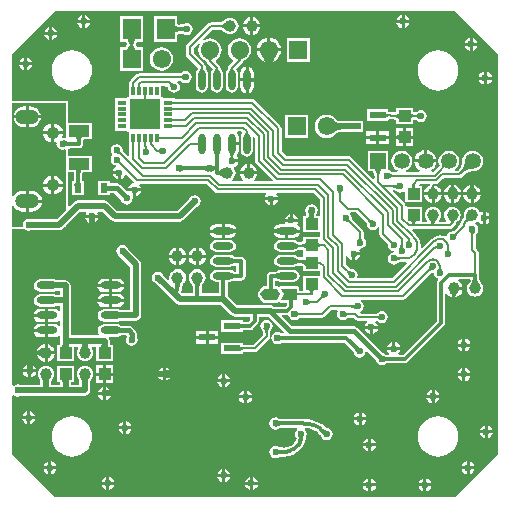
<source format=gbl>
%FSTAX23Y23*%
%MOIN*%
%SFA1B1*%

%IPPOS*%
%ADD10C,0.007870*%
%ADD11C,0.013780*%
%ADD12C,0.019690*%
%ADD13C,0.027560*%
%ADD15C,0.011810*%
%ADD16C,0.015750*%
%ADD25R,0.059060X0.070870*%
%ADD26R,0.039370X0.039370*%
%ADD27C,0.039370*%
%ADD33R,0.070870X0.039370*%
%ADD37R,0.024800X0.032680*%
%ADD42O,0.078740X0.049210*%
%ADD43C,0.041340*%
%ADD44R,0.061020X0.061020*%
%ADD45C,0.061020*%
%ADD46C,0.053150*%
%ADD47R,0.053150X0.053150*%
%ADD48C,0.023620*%
%ADD49C,0.005910*%
%ADD50R,0.028740X0.011810*%
%ADD51R,0.011810X0.028740*%
%ADD52R,0.098430X0.098430*%
%ADD53R,0.055120X0.023620*%
%ADD54O,0.070080X0.023620*%
%ADD55O,0.023620X0.070080*%
%ADD56R,0.003940X0.003940*%
%LNstepperpcb-1*%
%LPD*%
G36*
X00196Y01262D02*
X00196D01*
Y01213*
X00192Y01211*
X00186Y01212*
X00184Y01215*
X00184Y01217*
X00185Y01221*
X00185Y01224*
X00157*
Y01198*
X00162Y01199*
X00164Y01196*
X00165Y01195*
X00164Y01192*
X00166Y01185*
X0017Y01178*
X00177Y01174*
X00185Y01172*
X00192Y01174*
X00196Y01172*
Y01152*
X00196*
Y01097*
X00196*
Y00972*
X00165Y0094*
X00081*
X0008Y00941*
X00072Y00942*
X00064Y00941*
X00058Y00936*
X00054Y0093*
X00052Y00922*
X00053Y00919*
X0005Y00915*
X00017*
Y00983*
X00022Y00984*
X00022Y00983*
X00028Y00976*
X00035Y0097*
X00044Y00967*
X00053Y00966*
X00062*
Y01*
Y01035*
X00053*
X00044Y01034*
X00035Y01031*
X00028Y01025*
X00022Y01018*
X00022Y01017*
X00017Y01018*
Y01278*
X00017Y01278*
Y01286*
X00017Y01286*
Y01328*
X00196*
Y01262*
G37*
G36*
X01635Y0149D02*
Y01488D01*
Y00159*
X01625Y00149*
X01492Y00015*
X00161*
X00017Y00159*
Y00352*
X00022Y00354*
X00027Y00351*
X00035Y00349*
X00042Y00351*
X00043Y00351*
X0026*
X00266Y00353*
X00272Y00357*
X00276Y00363*
X00278Y0037*
Y004*
X00278*
X00278Y004*
Y00401*
X00279Y00404*
X00279Y00404*
X00279Y00404*
X0028Y00406*
X00284Y0041*
X00286Y00417*
X00287Y00424*
X00286Y00431*
X00284Y00438*
X00279Y00444*
X00273Y00448*
X00267Y00451*
X0026Y00452*
X00252Y00451*
X00246Y00448*
X0024Y00444*
X00235Y00438*
X00233Y00431*
X00232Y00424*
X00233Y00417*
X00235Y0041*
X00239Y00406*
X0024Y00404*
X0024Y00404*
X0024Y00404*
X0024Y00404*
X0024*
X0024Y00404*
X00241Y00401*
Y004*
X00241Y004*
X00241*
Y00388*
X00213*
Y00397*
X00222*
Y00452*
X00167*
Y00397*
X00176*
Y00388*
X00148*
Y004*
X00148*
X00148Y004*
Y00401*
X00149Y00404*
X00149Y00404*
X00149Y00404*
X0015Y00406*
X00154Y0041*
X00156Y00417*
X00157Y00424*
X00156Y00431*
X00154Y00438*
X00149Y00444*
X00143Y00448*
X00137Y00451*
X0013Y00452*
X00122Y00451*
X00116Y00448*
X0011Y00444*
X00105Y00438*
X00103Y00431*
X00102Y00424*
X00103Y00417*
X00105Y0041*
X00109Y00406*
X0011Y00404*
X0011Y00404*
X0011Y00404*
X00111Y00401*
Y004*
X00111Y004*
X00111*
Y00388*
X00043*
X00042Y00388*
X00035Y0039*
X00027Y00388*
X00022Y00385*
X00017Y00387*
Y00907*
X0005*
X0005Y00907*
X0005Y00907*
X00051Y00907*
X00053Y00907*
X00053Y00908*
X00053Y00908*
X00054Y00909*
X00058Y00908*
X00064Y00904*
X00072Y00902*
X0008Y00904*
X00081Y00904*
X00172*
X00179Y00905*
X00185Y00909*
X0019Y00915*
X00196*
Y00921*
X00242Y00966*
X00262*
X00264Y00962*
X00262Y00958*
X00261Y00955*
X00303*
X00303Y00958*
X003Y00962*
X00302Y00966*
X00317*
X00347Y00937*
X00353Y00933*
X0036Y00931*
X00575*
X00581Y00933*
X00587Y00937*
X00631Y00981*
X00632Y00981*
X00639Y00985*
X00643Y00992*
X00645Y01*
X00643Y01007*
X00639Y01014*
X00632Y01018*
X00625Y0102*
X00617Y01018*
X0061Y01014*
X00606Y01007*
X00606Y01006*
X00567Y00968*
X00367*
X00337Y00997*
X00331Y01001*
X00325Y01003*
X00235*
X00228Y01001*
X00222Y00997*
X00209Y00985*
X00204Y00986*
Y01097*
X00222*
Y01082*
X00222Y01082*
X00222*
Y01069*
X00215*
Y0102*
X00256*
Y01069*
X0025*
Y01082*
X00251Y0109*
X00253Y01097*
X00283*
Y01152*
X00204*
Y01172*
X00204Y01173*
X00204Y01174*
X00204Y01174*
X00205Y01175*
X00209Y01178*
X0024*
X00245Y01179*
X00249Y01182*
X00252Y01187*
X00254Y01192*
Y01201*
X00254*
X00254Y01202*
X00255Y01207*
X00283*
Y01262*
X00204*
Y01328*
X00204Y01331*
X00202Y01334*
X00199Y01336*
X00196Y01336*
X00017*
Y0149*
X00161Y01633*
X01492*
X01635Y0149*
G37*
%LNstepperpcb-2*%
%LPC*%
G36*
X01518Y00444D02*
X01515Y00443D01*
X01507Y00438*
X01503Y00431*
X01502Y00428*
X01518*
Y00444*
G37*
G36*
X01528D02*
Y00428D01*
X01544*
X01544Y00431*
X01539Y00438*
X01532Y00443*
X01528Y00444*
G37*
G36*
X00096Y0043D02*
X0008D01*
Y00413*
X00083Y00414*
X0009Y00419*
X00095Y00426*
X00096Y0043*
G37*
G36*
X00717Y00424D02*
X00714Y00423D01*
X00707Y00418*
X00702Y00411*
X00701Y00407*
X00717*
Y00424*
G37*
G36*
X00727D02*
Y00407D01*
X00744*
X00743Y00411*
X00738Y00418*
X00731Y00423*
X00727Y00424*
G37*
G36*
X0007Y0043D02*
X00053D01*
X00054Y00426*
X00059Y00419*
X00066Y00414*
X0007Y00413*
Y0043*
G37*
G36*
X0053Y00446D02*
Y0043D01*
X00546*
X00545Y00433*
X0054Y0044*
X00533Y00445*
X0053Y00446*
G37*
G36*
X0007Y00456D02*
X00066Y00455D01*
X00059Y0045*
X00054Y00443*
X00053Y0044*
X0007*
Y00456*
G37*
G36*
X0008D02*
Y0044D01*
X00096*
X00095Y00443*
X0009Y0045*
X00083Y00455*
X0008Y00456*
G37*
G36*
X0032Y00454D02*
X00295D01*
Y00429*
X0032*
Y00454*
G37*
G36*
X00354D02*
X0033D01*
Y00429*
X00354*
Y00454*
G37*
G36*
X0052Y00446D02*
X00516Y00445D01*
X00509Y0044*
X00504Y00433*
X00503Y0043*
X0052*
Y00446*
G37*
G36*
X00546Y0042D02*
X0053D01*
Y00403*
X00533Y00404*
X0054Y00409*
X00545Y00416*
X00546Y0042*
G37*
G36*
X01425Y00371D02*
Y00355D01*
X01441*
X0144Y00358*
X01435Y00365*
X01428Y0037*
X01425Y00371*
G37*
G36*
X0032Y00381D02*
X00316Y0038D01*
X00309Y00375*
X00304Y00368*
X00303Y00365*
X0032*
Y00381*
G37*
G36*
X0033D02*
Y00365D01*
X00346*
X00345Y00368*
X0034Y00375*
X00333Y0038*
X0033Y00381*
G37*
G36*
X0079Y00369D02*
X00786Y00368D01*
X00779Y00364*
X00774Y00356*
X00774Y00353*
X0079*
Y00369*
G37*
G36*
X008D02*
Y00353D01*
X00816*
X00815Y00356*
X00811Y00364*
X00803Y00368*
X008Y00369*
G37*
G36*
X01415Y00371D02*
X01411Y0037D01*
X01404Y00365*
X01399Y00358*
X01398Y00355*
X01415*
Y00371*
G37*
G36*
X00717Y00397D02*
X00701D01*
X00702Y00394*
X00707Y00387*
X00714Y00382*
X00717Y00381*
Y00397*
G37*
G36*
X01518Y00418D02*
X01502D01*
X01503Y00414*
X01507Y00407*
X01515Y00402*
X01518Y00401*
Y00418*
G37*
G36*
X01544D02*
X01528D01*
Y00401*
X01532Y00402*
X01539Y00407*
X01544Y00414*
X01544Y00418*
G37*
G36*
X0052Y0042D02*
X00503D01*
X00504Y00416*
X00509Y00409*
X00516Y00404*
X0052Y00403*
Y0042*
G37*
G36*
X00744Y00397D02*
X00727D01*
Y00381*
X00731Y00382*
X00738Y00387*
X00743Y00394*
X00744Y00397*
G37*
G36*
X0032Y00419D02*
X00295D01*
Y00394*
X0032*
Y00419*
G37*
G36*
X00354D02*
X0033D01*
Y00394*
X00354*
Y00419*
G37*
G36*
X00125Y0049D02*
X001D01*
X00101Y00487*
X00104Y0048*
X00108Y00474*
X00115Y00469*
X00122Y00466*
X00125Y00466*
Y0049*
G37*
G36*
X0039Y00665D02*
X00351D01*
Y00647*
X00369*
X00378Y00649*
X00385Y00654*
X0039Y00661*
X0039Y00665*
G37*
G36*
X00341Y00692D02*
X00323D01*
X00314Y0069*
X00307Y00685*
X00302Y00678*
X00301Y00675*
X00341*
Y00692*
G37*
G36*
X00369D02*
X00351D01*
Y00675*
X0039*
X0039Y00678*
X00385Y00685*
X00378Y0069*
X00369Y00692*
G37*
G36*
X00341Y00665D02*
X00301D01*
X00302Y00661*
X00307Y00654*
X00314Y00649*
X00323Y00647*
X00341*
Y00665*
G37*
G36*
X00128Y00615D02*
X00089D01*
X00089Y00611*
X00094Y00604*
X00101Y00599*
X0011Y00597*
X00128*
Y00615*
G37*
G36*
Y00642D02*
X0011D01*
X00101Y0064*
X00094Y00635*
X00089Y00628*
X00089Y00625*
X00128*
Y00642*
G37*
G36*
X00385Y00855D02*
X00377Y00853D01*
X0037Y00849*
X00366Y00842*
X00364Y00835*
X00366Y00827*
X0037Y0082*
X00377Y00816*
X00378Y00816*
X00411Y00782*
Y00638*
X00377*
X00377Y00638*
X00369Y0064*
X00323*
X00315Y00638*
X00308Y00634*
X00304Y00627*
X00303Y0062*
X00304Y00612*
X00308Y00605*
X00315Y00601*
X00323Y00599*
X00369*
X00377Y00601*
X00377Y00601*
X0043*
X00436Y00603*
X00442Y00607*
X00446Y00613*
X00448Y0062*
Y0079*
X00446Y00796*
X00442Y00802*
X00403Y00841*
X00403Y00842*
X00399Y00849*
X00392Y00853*
X00385Y00855*
G37*
G36*
X00341Y00742D02*
X00323D01*
X00314Y0074*
X00307Y00735*
X00302Y00728*
X00301Y00725*
X00341*
Y00742*
G37*
G36*
X00369D02*
X00351D01*
Y00725*
X0039*
X0039Y00728*
X00385Y00735*
X00378Y0074*
X00369Y00742*
G37*
G36*
X00563Y00812D02*
X00539D01*
X00539Y00809*
X00542Y00802*
X00547Y00796*
X00553Y00791*
X00561Y00788*
X00563Y00788*
Y00812*
G37*
G36*
X0039Y00715D02*
X00351D01*
Y00697*
X00369*
X00378Y00699*
X00385Y00704*
X0039Y00711*
X0039Y00715*
G37*
G36*
X01518Y00705D02*
X01494D01*
Y0068*
X01497Y00681*
X01504Y00684*
X0151Y00688*
X01515Y00695*
X01518Y00702*
X01518Y00705*
G37*
G36*
X00156Y0074D02*
X0011D01*
X00102Y00738*
X00096Y00734*
X00091Y00727*
X0009Y0072*
X00091Y00712*
X00096Y00705*
X00102Y00701*
X0011Y00699*
X00156*
X00164Y00701*
X00165Y00701*
X00176*
Y00695*
Y00688*
X00165*
X00164Y00688*
X00156Y0069*
X0011*
X00102Y00688*
X00096Y00684*
X00091Y00677*
X0009Y0067*
X00091Y00662*
X00096Y00655*
X00102Y00651*
X0011Y00649*
X00156*
X00164Y00651*
X00165Y00651*
X00176*
Y00638*
X00172Y00635*
X00165Y0064*
X00156Y00642*
X00138*
Y0062*
Y00597*
X00156*
X00165Y00599*
X00172Y00604*
X00176Y00601*
Y00588*
X00172Y00585*
X00165Y0059*
X00156Y00592*
X00138*
Y0057*
Y00547*
X00156*
X00165Y00549*
X00172Y00554*
X00176Y00551*
Y00535*
Y00522*
X00167*
Y00467*
X00222*
Y00513*
X00226Y00516*
X00235Y00515*
X00237Y00511*
X00235Y00509*
X00233Y00502*
X00232Y00495*
X00233Y00488*
X00235Y00481*
X0024Y00475*
X00246Y00471*
X00252Y00468*
X0026Y00467*
X00267Y00468*
X00273Y00471*
X00279Y00475*
X00284Y00481*
X00286Y00488*
X00287Y00495*
X00286Y00502*
X00284Y00509*
X00282Y00511*
X00284Y00515*
X00293Y00516*
X00297Y00513*
Y00467*
X00352*
Y00522*
X00343*
Y00535*
X00341Y00541*
X00339Y00545*
X00341Y00549*
X00369*
X00377Y00551*
X0038Y00553*
X00397*
X00399Y00549*
X00397Y00546*
X00396Y00538*
X00397Y00531*
X00401Y00524*
X00408Y0052*
X00416Y00518*
X00423Y0052*
X0043Y00524*
X00434Y00531*
X00436Y00538*
X00434Y00546*
X00432Y0055*
Y00558*
X00431Y00563*
X00431Y00564*
X00427Y0057*
X00416Y00581*
X00411Y00584*
X0041Y00585*
X00405Y00586*
X0038*
X00377Y00588*
X00369Y0059*
X00323*
X00315Y00588*
X00308Y00584*
X00304Y00577*
X00303Y0057*
X00304Y00562*
X00307Y00557*
X00305Y00553*
X00213*
Y0067*
Y00695*
Y0072*
X00211Y00726*
X00207Y00732*
X00201Y00736*
X00195Y00738*
X00165*
X00164Y00738*
X00156Y0074*
G37*
G36*
X00341Y00715D02*
X00301D01*
X00302Y00711*
X00307Y00704*
X00314Y00699*
X00323Y00697*
X00341*
Y00715*
G37*
G36*
X00135Y00524D02*
Y005D01*
X00159*
X00158Y00503*
X00155Y0051*
X00151Y00516*
X00144Y00521*
X00137Y00524*
X00135Y00524*
G37*
G36*
X00865Y00605D02*
X00857Y00603D01*
X0085Y00599*
X00846Y00592*
X00844Y00585*
X00846Y00577*
X0085Y0057*
X0085Y0057*
X00852Y00567*
Y00554*
X0082Y00522*
X00785*
Y00529*
X00714*
Y0049*
X00785*
Y00498*
X00825*
X00829Y00499*
X00833Y00501*
X00873Y00541*
X00876Y00545*
X00877Y0055*
Y00567*
X00879Y0057*
X00879Y0057*
X00883Y00577*
X00885Y00585*
X00883Y00592*
X00879Y00599*
X00872Y00603*
X00865Y00605*
G37*
G36*
X00662Y00542D02*
X00629D01*
Y00525*
X00662*
Y00542*
G37*
G36*
X00125Y00524D02*
X00122Y00524D01*
X00115Y00521*
X00108Y00516*
X00104Y0051*
X00101Y00503*
X001Y005*
X00125*
Y00524*
G37*
G36*
X00159Y0049D02*
X00135D01*
Y00466*
X00137Y00466*
X00144Y00469*
X00151Y00474*
X00155Y0048*
X00158Y00487*
X00159Y0049*
G37*
G36*
X01518Y00516D02*
X01502D01*
X01503Y00513*
X01507Y00505*
X01515Y00501*
X01518Y005*
Y00516*
G37*
G36*
X01544D02*
X01528D01*
Y005*
X01532Y00501*
X01539Y00505*
X01544Y00513*
X01544Y00516*
G37*
G36*
X00662Y00569D02*
X00629D01*
Y00552*
X00662*
Y00569*
G37*
G36*
X00704D02*
X00672D01*
Y00552*
X00704*
Y00569*
G37*
G36*
X00128Y00592D02*
X0011D01*
X00101Y0059*
X00094Y00585*
X00089Y00578*
X00089Y00575*
X00128*
Y00592*
G37*
G36*
Y00565D02*
X00089D01*
X00089Y00561*
X00094Y00554*
X00101Y00549*
X0011Y00547*
X00128*
Y00565*
G37*
G36*
X00704Y00542D02*
X00672D01*
Y00525*
X00704*
Y00542*
G37*
G36*
X01518Y00542D02*
X01515Y00542D01*
X01507Y00537*
X01503Y0053*
X01502Y00526*
X01518*
Y00542*
G37*
G36*
X01528D02*
Y00526D01*
X01544*
X01544Y0053*
X01539Y00537*
X01532Y00542*
X01528Y00542*
G37*
G36*
X00138Y00107D02*
X00122D01*
X00123Y00103*
X00127Y00096*
X00135Y00091*
X00138Y0009*
Y00107*
G37*
G36*
X00164D02*
X00148D01*
Y0009*
X00152Y00091*
X00159Y00096*
X00164Y00103*
X00164Y00107*
G37*
G36*
X01532D02*
X01516D01*
X01516Y00103*
X01521Y00096*
X01528Y00091*
X01532Y0009*
Y00107*
G37*
G36*
X00819Y00082D02*
Y00066D01*
X00836*
X00835Y00069*
X0083Y00076*
X00823Y00081*
X00819Y00082*
G37*
G36*
X00331D02*
X00328Y00081D01*
X0032Y00076*
X00316Y00069*
X00315Y00066*
X00331*
Y00082*
G37*
G36*
X00341D02*
Y00066D01*
X00357*
X00357Y00069*
X00352Y00076*
X00345Y00081*
X00341Y00082*
G37*
G36*
X00809D02*
X00806Y00081D01*
X00799Y00076*
X00794Y00069*
X00793Y00066*
X00809*
Y00082*
G37*
G36*
X00148Y00133D02*
Y00117D01*
X00164*
X00164Y0012*
X00159Y00127*
X00152Y00132*
X00148Y00133*
G37*
G36*
X01532D02*
X01528Y00132D01*
X01521Y00127*
X01516Y0012*
X01516Y00117*
X01532*
Y00133*
G37*
G36*
X01542D02*
Y00117D01*
X01558*
X01557Y0012*
X01553Y00127*
X01545Y00132*
X01542Y00133*
G37*
G36*
X00138D02*
X00135Y00132D01*
X00127Y00127*
X00123Y0012*
X00122Y00117*
X00138*
Y00133*
G37*
G36*
X01558Y00107D02*
X01542D01*
Y0009*
X01545Y00091*
X01553Y00096*
X01557Y00103*
X01558Y00107*
G37*
G36*
X00717Y00108D02*
X00714Y00107D01*
X00707Y00102*
X00702Y00095*
X00701Y00092*
X00717*
Y00108*
G37*
G36*
X00727D02*
Y00092D01*
X00744*
X00743Y00095*
X00738Y00102*
X00731Y00107*
X00727Y00108*
G37*
G36*
X00331Y00056D02*
X00315D01*
X00316Y00052*
X0032Y00045*
X00328Y0004*
X00331Y00039*
Y00056*
G37*
G36*
X00357D02*
X00341D01*
Y00039*
X00345Y0004*
X00352Y00045*
X00357Y00052*
X00357Y00056*
G37*
G36*
X00809D02*
X00793D01*
X00794Y00052*
X00799Y00045*
X00806Y0004*
X00809Y00039*
Y00056*
G37*
G36*
X01414Y0005D02*
X01398D01*
Y00033*
X01402Y00034*
X01409Y00039*
X01414Y00046*
X01414Y0005*
G37*
G36*
X01203D02*
X01187D01*
X01188Y00046*
X01192Y00039*
X012Y00034*
X01203Y00033*
Y0005*
G37*
G36*
X01229D02*
X01213D01*
Y00033*
X01217Y00034*
X01224Y00039*
X01229Y00046*
X01229Y0005*
G37*
G36*
X01388D02*
X01372D01*
X01373Y00046*
X01377Y00039*
X01385Y00034*
X01388Y00033*
Y0005*
G37*
G36*
X01398Y00076D02*
Y0006D01*
X01414*
X01414Y00063*
X01409Y0007*
X01402Y00075*
X01398Y00076*
G37*
G36*
X00717Y00082D02*
X00701D01*
X00702Y00078*
X00707Y00071*
X00714Y00066*
X00717Y00065*
Y00082*
G37*
G36*
X00744D02*
X00727D01*
Y00065*
X00731Y00066*
X00738Y00071*
X00743Y00078*
X00744Y00082*
G37*
G36*
X01388Y00076D02*
X01385Y00075D01*
X01377Y0007*
X01373Y00063*
X01372Y0006*
X01388*
Y00076*
G37*
G36*
X00836Y00056D02*
X00819D01*
Y00039*
X00823Y0004*
X0083Y00045*
X00835Y00052*
X00836Y00056*
G37*
G36*
X01203Y00076D02*
X012Y00075D01*
X01192Y0007*
X01188Y00063*
X01187Y0006*
X01203*
Y00076*
G37*
G36*
X01213D02*
Y0006D01*
X01229*
X01229Y00063*
X01224Y0007*
X01217Y00075*
X01213Y00076*
G37*
G36*
X00216Y00283D02*
X00203Y00282D01*
X0019Y00278*
X00179Y00272*
X00168Y00264*
X0016Y00253*
X00154Y00242*
X0015Y00229*
X00149Y00216*
X0015Y00203*
X00154Y0019*
X0016Y00179*
X00168Y00168*
X00179Y0016*
X0019Y00154*
X00203Y0015*
X00216Y00149*
X00229Y0015*
X00242Y00154*
X00253Y0016*
X00264Y00168*
X00272Y00179*
X00278Y0019*
X00282Y00203*
X00283Y00216*
X00282Y00229*
X00278Y00242*
X00272Y00253*
X00264Y00264*
X00253Y00272*
X00242Y00278*
X00229Y00282*
X00216Y00283*
G37*
G36*
X01172Y00296D02*
X01168Y00296D01*
X01161Y00291*
X01156Y00284*
X01155Y0028*
X01172*
Y00296*
G37*
G36*
X01182D02*
Y0028D01*
X01198*
X01197Y00284*
X01192Y00291*
X01185Y00296*
X01182Y00296*
G37*
G36*
X00067Y003D02*
X00064Y003D01*
X00057Y00295*
X00052Y00288*
X00051Y00284*
X00067*
Y003*
G37*
G36*
X00094Y00274D02*
X00077D01*
Y00258*
X00081Y00258*
X00088Y00263*
X00093Y00271*
X00094Y00274*
G37*
G36*
X01172Y0027D02*
X01155D01*
X01156Y00267*
X01161Y00259*
X01168Y00255*
X01172Y00254*
Y0027*
G37*
G36*
X01198D02*
X01182D01*
Y00254*
X01185Y00255*
X01192Y00259*
X01197Y00267*
X01198Y0027*
G37*
G36*
X00067Y00274D02*
X00051D01*
X00052Y00271*
X00057Y00263*
X00064Y00258*
X00067Y00258*
Y00274*
G37*
G36*
X01441Y00345D02*
X01425D01*
Y00328*
X01428Y00329*
X01435Y00334*
X0144Y00341*
X01441Y00345*
G37*
G36*
X0032Y00355D02*
X00303D01*
X00304Y00351*
X00309Y00344*
X00316Y00339*
X0032Y00338*
Y00355*
G37*
G36*
X00346D02*
X0033D01*
Y00338*
X00333Y00339*
X0034Y00344*
X00345Y00351*
X00346Y00355*
G37*
G36*
X01415Y00345D02*
X01398D01*
X01399Y00341*
X01404Y00334*
X01411Y00329*
X01415Y00328*
Y00345*
G37*
G36*
X00077Y003D02*
Y00284D01*
X00094*
X00093Y00288*
X00088Y00295*
X00081Y003*
X00077Y003*
G37*
G36*
X0079Y00343D02*
X00774D01*
X00774Y00339*
X00779Y00332*
X00786Y00327*
X0079Y00327*
Y00343*
G37*
G36*
X00816D02*
X008D01*
Y00327*
X00803Y00327*
X00811Y00332*
X00815Y00339*
X00816Y00343*
G37*
G36*
X01213Y0021D02*
Y00193D01*
X01229*
X01229Y00197*
X01224Y00204*
X01217Y00209*
X01213Y0021*
G37*
G36*
X00895Y0028D02*
X00887Y00278D01*
X0088Y00274*
X00876Y00267*
X00874Y0026*
X00876Y00252*
X0088Y00245*
X00887Y00241*
X00895Y00239*
X00902Y00241*
X00907Y00244*
X00908Y00244*
X00965*
X00967Y0024*
X00965Y00239*
X00961Y00232*
X00959Y00225*
X00961Y00217*
X00964Y00212*
X00965Y00211*
X00963Y00203*
X00958Y00196*
X00957Y00195*
X00957Y00195*
X00946Y00186*
X00934Y00181*
X0092Y00179*
X0092Y0018*
X00908*
X00907Y0018*
X00902Y00183*
X00895Y00185*
X00887Y00183*
X0088Y00179*
X00876Y00172*
X00874Y00165*
X00876Y00157*
X0088Y0015*
X00887Y00146*
X00895Y00144*
X00902Y00146*
X00907Y00149*
X00908Y00149*
X0092*
Y00149*
X00936Y00151*
X00952Y00156*
X00966Y00163*
X00979Y00174*
X00979Y00174*
X00987Y00185*
X00993Y00198*
X00995Y00212*
X00995Y00212*
X00998Y00217*
X01Y00225*
X00998Y00232*
X00994Y00239*
X00993Y00239*
X00994Y00244*
X01005Y00243*
X01021Y00238*
X01035Y0023*
X01038Y00229*
X0104Y00224*
X01044Y00222*
X01043Y00222*
X01043*
X01043*
X01045Y0022*
X01045Y00219*
X01046Y00217*
X0105Y0021*
X01057Y00206*
X01065Y00204*
X01072Y00206*
X01079Y0021*
X01083Y00217*
X01085Y00225*
X01083Y00232*
X01079Y00239*
X01072Y00243*
X01065Y00244*
X01056Y00253*
X0104Y00262*
X01024Y00269*
X01006Y00273*
X00988Y00275*
Y00275*
X00908*
X00907Y00275*
X00902Y00278*
X00895Y0028*
G37*
G36*
X01593Y00227D02*
X01577D01*
X01577Y00223*
X01582Y00216*
X01589Y00211*
X01593Y00211*
Y00227*
G37*
G36*
X01203Y0021D02*
X012Y00209D01*
X01192Y00204*
X01188Y00197*
X01187Y00193*
X01203*
Y0021*
G37*
G36*
X01437Y00283D02*
X01423Y00282D01*
X01411Y00278*
X01399Y00272*
X01389Y00264*
X01381Y00253*
X01374Y00242*
X01371Y00229*
X01369Y00216*
X01371Y00203*
X01374Y0019*
X01381Y00179*
X01389Y00168*
X01399Y0016*
X01411Y00154*
X01423Y0015*
X01437Y00149*
X0145Y0015*
X01462Y00154*
X01474Y0016*
X01484Y00168*
X01492Y00179*
X01499Y0019*
X01502Y00203*
X01504Y00216*
X01502Y00229*
X01499Y00242*
X01492Y00253*
X01484Y00264*
X01474Y00272*
X01462Y00278*
X0145Y00282*
X01437Y00283*
G37*
G36*
X01203Y00183D02*
X01187D01*
X01188Y0018*
X01192Y00173*
X012Y00168*
X01203Y00167*
Y00183*
G37*
G36*
X01229D02*
X01213D01*
Y00167*
X01217Y00168*
X01224Y00173*
X01229Y0018*
X01229Y00183*
G37*
G36*
X01603Y00253D02*
Y00237D01*
X01619*
X01618Y0024*
X01614Y00248*
X01606Y00252*
X01603Y00253*
G37*
G36*
X00388Y00267D02*
X00385Y00266D01*
X00377Y00261*
X00373Y00254*
X00372Y00251*
X00388*
Y00267*
G37*
G36*
X00398D02*
Y00251D01*
X00414*
X00414Y00254*
X00409Y00261*
X00402Y00266*
X00398Y00267*
G37*
G36*
X01593Y00253D02*
X01589Y00252D01*
X01582Y00248*
X01577Y0024*
X01577Y00237*
X01593*
Y00253*
G37*
G36*
X01619Y00227D02*
X01603D01*
Y00211*
X01606Y00211*
X01614Y00216*
X01618Y00223*
X01619Y00227*
G37*
G36*
X00388Y00241D02*
X00372D01*
X00373Y00237*
X00377Y0023*
X00385Y00225*
X00388Y00224*
Y00241*
G37*
G36*
X00414D02*
X00398D01*
Y00224*
X00402Y00225*
X00409Y0023*
X00414Y00237*
X00414Y00241*
G37*
G36*
X01589Y01406D02*
X01573D01*
X01573Y01402*
X01578Y01395*
X01585Y0139*
X01589Y0139*
Y01406*
G37*
G36*
X01615D02*
X01599D01*
Y0139*
X01603Y0139*
X0161Y01395*
X01615Y01402*
X01615Y01406*
G37*
G36*
X00595Y01435D02*
X00587Y01433D01*
X0058Y01429*
X0058Y01429*
X00578Y01427*
X00575Y01427*
Y01427*
X00439*
X00435Y01426*
X00431Y01423*
X00412Y01404*
X00409Y014*
X00408Y01395*
Y01389*
X00406*
Y01349*
X004*
Y01343*
X0036*
Y01315*
Y01295*
Y01276*
Y01256*
Y01236*
X004*
Y0123*
X00406*
Y0119*
X00408*
Y01154*
X00403Y01152*
X00391Y01164*
X00391Y01165*
X0039Y01165*
X00386Y01169*
X00386Y01169*
X00386Y01171*
X00386Y01171*
X00384Y01178*
X0038Y01185*
X00373Y01189*
X00366Y01191*
X00358Y01189*
X00351Y01185*
X00347Y01178*
X00346Y01171*
X00347Y01163*
X00351Y01157*
Y01153*
X00347Y01147*
X00346Y01139*
X00347Y01132*
X00351Y01125*
X00358Y01121*
X00362Y0112*
X00363Y01115*
X00358Y01112*
X00353Y01104*
X00352Y01101*
X00374*
Y01096*
X00379*
Y01075*
X00382Y01075*
X00389Y0108*
X00394Y01087*
X00399Y01088*
X00422Y01065*
X0042Y0106*
X00416Y0106*
X00409Y01055*
X00404Y01048*
X00404Y01044*
X00446*
X00445Y01048*
X00441Y01054*
X00444Y01058*
X00666*
X00693Y01031*
X00697Y01028*
X00702Y01027*
X00862*
X00864Y01023*
X00861Y01018*
X0086Y01014*
X00903*
X00902Y01018*
X00898Y01023*
X00901Y01027*
X01023*
X01044Y01007*
Y00952*
X01042*
X0104*
X01034*
X01031Y00956*
X01031Y00958*
X01032Y00959*
X01032Y0096*
X01033Y00962*
X01035Y0097*
X01033Y00977*
X01029Y00984*
X01022Y00988*
X01015Y0099*
X01007Y00988*
X01Y00984*
X00996Y00977*
X00994Y0097*
X00996Y00962*
X00997Y0096*
X00997Y00959*
X00998Y00958*
X00998Y00956*
X00995Y00952*
X00987*
Y00897*
X0104*
X01042*
X01044Y00896*
Y00882*
X01042*
X00987*
Y00868*
X00979Y00864*
X00973Y00864*
X00972Y00864*
X0097Y00865*
X0097Y00865*
X00963Y0087*
X00956Y00871*
X00909*
X00902Y0087*
X00895Y00865*
X00891Y00859*
X00889Y00851*
X00891Y00844*
X00895Y00837*
X00902Y00833*
X00909Y00831*
X00956*
X00963Y00833*
X0097Y00837*
X0097Y00837*
X00972Y00839*
X00975Y00839*
Y00839*
Y00839*
X00983*
X00987Y00839*
Y00827*
Y00822*
Y00813*
X00982*
X0098Y00814*
Y00813*
X00975*
Y00813*
Y00813*
X00972Y00814*
X0097Y00815*
X0097Y00815*
X00963Y0082*
X00956Y00821*
X00909*
X00902Y0082*
X00895Y00815*
X00891Y00809*
X00889Y00801*
X00891Y00794*
X00895Y00787*
X00902Y00783*
X00909Y00781*
X00956*
X00963Y00783*
X00965Y00784*
X00966Y00784*
X00967Y00785*
X00972Y00786*
X00975Y00785*
X00975Y00786*
X00978Y00785*
X00979Y00785*
X00985Y00783*
X00987Y00782*
Y00767*
X01042*
X01043Y00767*
Y00752*
X01042*
X00987*
Y00702*
X00974*
Y00709*
X00974Y00712*
X00972Y00715*
X00969Y00717*
X00966Y00717*
X00913*
X00912Y00717*
X00912Y00717*
X00911Y00717*
X00909Y00717*
X00909Y00716*
X00909Y00716*
X00908Y00716*
X00907Y00715*
X00907Y00715*
X00905Y00715*
X00904Y00715*
X00904Y00716*
X00903Y00716*
X00902Y00717*
X00902Y00717*
X00902Y00717*
X00901Y00717*
X009Y00717*
X00899Y00717*
X00894*
Y00733*
X00898Y00735*
X00902Y00733*
X00909Y00731*
X00956*
X00963Y00733*
X0097Y00737*
X00974Y00744*
X00976Y00751*
X00974Y00759*
X0097Y00765*
X00963Y0077*
X00956Y00771*
X00909*
X00902Y0077*
X00895Y00766*
X00895*
X00895*
X00895Y00765*
X0088*
X00874Y00764*
X0087Y00761*
X00867Y00757*
X00865Y00751*
Y00717*
X00856*
X00855Y00717*
X00854Y00717*
X00853Y00717*
X00853Y00717*
X00852Y00716*
X00851Y00716*
X00851Y00715*
X0085Y00715*
X0085Y00714*
X00849Y00713*
X00837Y00694*
X00837Y00693*
X00836Y00691*
X00836Y00691*
X00836Y00691*
X00836Y0069*
X00836Y00688*
X00836Y00688*
X00836Y00688*
X00837Y00686*
X00837Y00685*
X00849Y00666*
X0085Y00665*
X0085Y00664*
X00851Y00664*
X00851Y00663*
X00852Y00663*
X00852Y00663*
X00853Y00662*
X00853Y00662*
X00854Y00662*
X00855Y00662*
X00856Y00662*
X00899*
X009Y00662*
X00901Y00662*
X00902Y00662*
X00902Y00662*
X00903Y00663*
X00903Y00663*
X00904Y00663*
X00904Y00664*
X00905Y00664*
X00905Y00665*
X00907Y00664*
X00908Y00663*
X00909Y00663*
X00909Y00663*
X00909Y00662*
X00911Y00662*
X00912Y00662*
X00912Y00662*
X00913Y00662*
X00932*
Y00655*
X00926Y00649*
X00889*
X00889Y00649*
X00889Y00649*
X00889*
X00882Y00653*
X00875Y00655*
X00867Y00653*
X00866Y00653*
X00767*
X00735Y00685*
Y00731*
X00743*
X00751Y00733*
X00756Y00736*
X00756Y00736*
X0078*
X00785Y00737*
X0079Y00741*
X00793Y00746*
X00795Y00751*
Y00801*
X00793Y00807*
X0079Y00812*
X00785Y00815*
X0078Y00816*
X00756*
X00756Y00817*
X00751Y0082*
X00743Y00821*
X00697*
X00689Y0082*
X00683Y00815*
X00678Y00809*
X00677Y00801*
X00678Y00794*
X00683Y00787*
X00689Y00783*
X00697Y00781*
X00743*
X00751Y00783*
X00756Y00786*
X00756Y00786*
X00764*
Y00766*
X00756*
X00756Y00767*
X00751Y0077*
X00743Y00771*
X00697*
X00689Y0077*
X00683Y00765*
X00678Y00759*
X00677Y00751*
X00678Y00744*
X00683Y00737*
X00689Y00733*
X00697Y00731*
X00705*
Y00693*
X00649*
Y00715*
X00649*
X00649Y00716*
X0065Y00721*
X00654Y00727*
X00654Y00727*
X00654Y00727*
X00654Y00727*
X00654Y00727*
X00658Y00732*
X00661Y00739*
X00662Y00746*
X00661Y00753*
X00658Y0076*
X00654Y00766*
X00648Y0077*
X00641Y00773*
X00634Y00774*
X00627Y00773*
X0062Y0077*
X00614Y00766*
X0061Y0076*
X00607Y00753*
X00606Y00746*
X00607Y00739*
X0061Y00732*
X00614Y00727*
X00614Y00727*
X00614Y00727*
X00614Y00727*
X00614Y00727*
X00618Y00721*
X00619Y00716*
X00619Y00715*
X00619*
Y00693*
X00582*
X00578Y00697*
X00579Y00698*
X00582Y00703*
X00583Y00708*
Y00715*
X00584*
X00583Y00716*
X00585Y00721*
X00588Y00727*
X00588Y00727*
X00588Y00727*
X00589Y00727*
X00592Y00732*
X00595Y00739*
X00596Y00746*
X00595Y00753*
X00592Y0076*
X00588Y00766*
X00582Y0077*
X00576Y00773*
X00568Y00774*
X00561Y00773*
X00555Y0077*
X00549Y00766*
X00544Y0076*
X00542Y00753*
X00541Y00746*
X00541Y0074*
X00537Y00738*
X00521Y00753*
X00521Y00754*
X00517Y0076*
X0051Y00765*
X00503Y00766*
X00495Y00765*
X00489Y0076*
X00484Y00754*
X00483Y00746*
X00484Y00739*
X00489Y00732*
X00495Y00728*
X00496Y00728*
X00542Y00682*
X00562Y00662*
X00568Y00658*
X00575Y00656*
X00712*
X00747Y00622*
X00753Y00618*
X0076Y00616*
X0081*
Y00605*
X00804Y00599*
X00785*
Y00604*
X00714*
Y00565*
X00785*
Y0057*
X0081*
X00815Y00572*
X00819Y00575*
X00834Y0059*
X00837Y00594*
X00839Y006*
Y00616*
X00866*
X00867Y00616*
X00871Y00615*
X00922Y00564*
X0092Y0056*
X00914*
X00914Y0056*
X00909Y00563*
X00901Y00565*
X00893Y00563*
X00887Y00559*
X00883Y00552*
X00881Y00545*
X00883Y00537*
X00887Y0053*
X00893Y00526*
X00901Y00524*
X00909Y00526*
X00914Y00529*
X00914Y00529*
X01123*
X01155Y00498*
X01155Y00498*
X01156Y00492*
X0116Y00485*
X01167Y00481*
X01175Y00479*
X01182Y00481*
X01189Y00485*
X01193Y00492*
X01195Y005*
X01194Y005*
X01199Y00502*
X0123Y00471*
X01231Y00467*
X01235Y0046*
X01242Y00456*
X0125Y00454*
X01257Y00456*
X01264Y0046*
X01264*
X01264Y0046*
X01264Y0046*
X01325*
X0133Y00462*
X01334Y00465*
X01456Y00586*
X01459Y00591*
X0146Y00596*
Y0069*
X01465Y00692*
X01468Y00688*
X01474Y00684*
X01481Y00681*
X01484Y0068*
Y0071*
X01489*
Y00715*
X01518*
X01518Y00717*
X01515Y00724*
X0151Y00731*
X01504Y00735*
X01504Y00736*
X01505Y0074*
X01542*
X01545Y00737*
X01545Y00735*
X01541Y00729*
X0154Y00729*
X0154Y00729*
X0154Y00729*
X01536Y00723*
X01533Y00717*
X01532Y0071*
X01533Y00702*
X01536Y00696*
X0154Y0069*
X01546Y00685*
X01553Y00683*
X0156Y00682*
X01567Y00683*
X01574Y00685*
X0158Y0069*
X01584Y00696*
X01587Y00702*
X01588Y0071*
X01587Y00717*
X01584Y00723*
X0158Y00729*
X0158Y00729*
X0158Y00729*
X01579Y00729*
X01575Y00735*
X01574Y00742*
X01574Y00743*
X01574*
Y00755*
X01573Y0076*
X01572Y00761*
Y00829*
X01571Y00834*
X0157Y00835*
X01568Y00838*
X01563Y00843*
Y00888*
X01563*
X01563Y00891*
X01565Y00893*
X01565Y00893*
X01569Y00899*
X01571Y00907*
X01569Y00915*
X01565Y00921*
X01561Y00924*
X01561Y00929*
X01563Y0093*
X01567Y00933*
X01572Y00932*
X01574Y00929*
X01581Y00924*
X01585Y00923*
Y00945*
Y00966*
X01581Y00965*
X01579Y00964*
X01575Y00965*
X01574Y00968*
X01569Y00974*
X01563Y00978*
X01557Y00981*
X0155Y00982*
X01542Y00981*
X01536Y00978*
X0153Y00974*
X01525Y00968*
X01523Y00961*
X01522Y00954*
X01522Y00953*
X01522Y00952*
X01522Y00951*
X01522Y00951*
X01522Y00949*
X01521Y00944*
X01518Y0094*
X01518Y0094*
X01518Y0094*
X01518Y0094*
X01518Y00939*
X01513Y00932*
X01511Y00923*
X01511Y00923*
X01503Y00915*
X01489Y00901*
X01489Y00902*
X01487Y009*
X01485Y009*
X01485Y009*
X01477Y00898*
X0147Y00894*
X01466Y00887*
X01466Y00886*
X01461Y00883*
X01454Y00886*
X01444Y00888*
Y00888*
X01434Y00886*
X01424Y00882*
X01416Y00876*
X01416Y00876*
X01384Y00843*
X01379Y00846*
X0138Y00852*
X0138*
X01378Y00866*
X01373Y00878*
X01364Y00889*
X01364Y00889*
X01363Y0089*
X01362Y00891*
X0135Y00903*
X01352Y00907*
X01475*
X01479Y00908*
X01483Y00911*
X01493Y00921*
X01495Y00923*
X01496Y00925*
X01496Y00929*
X01497Y00929*
X01497Y00929*
X01498Y0093*
X01504Y00934*
X01509Y0094*
X01511Y00947*
X01512Y00954*
X01511Y00961*
X01509Y00968*
X01504Y00974*
X01498Y00978*
X01492Y00981*
X01485Y00982*
X01477Y00981*
X01471Y00978*
X01465Y00974*
X0146Y00968*
X01458Y00961*
X01457Y00954*
X01458Y00947*
X0146Y0094*
X01464Y00936*
X01461Y00932*
X01443*
X0144Y00936*
X01444Y0094*
X01446Y00947*
X01447Y00954*
X01446Y00961*
X01444Y00968*
X01439Y00974*
X01433Y00978*
X01427Y00981*
X0142Y00982*
X01412Y00981*
X01406Y00978*
X014Y00974*
X01395Y00968*
X01393Y00961*
X01392Y00954*
X01393Y00947*
X01395Y0094*
X01399Y00936*
X01396Y00932*
X01382*
Y00982*
X0134*
X01328Y00984*
X01328Y00989*
X01325Y00992*
X01285Y01033*
X01286Y01037*
X0129*
Y01037*
Y01037*
X01293Y01037*
X01295Y01035*
X01295Y01035*
X01302Y01031*
X0131Y01029*
X01317Y01031*
X01323Y01035*
X01327Y01032*
Y00997*
X01382*
Y01052*
X01373*
X01373Y01054*
X01375Y01058*
X0141*
X01411Y01053*
X01405Y01051*
X01398Y01046*
X01394Y0104*
X01391Y01033*
X0139Y0103*
X01449*
X01448Y01033*
X01445Y0104*
X01441Y01046*
X01434Y01051*
X01428Y01053*
X01429Y01058*
X01431*
X01436Y01059*
X0144Y01062*
X01456Y01077*
X01507*
X01512Y01078*
X01516Y01081*
X01522Y01087*
X01522Y01087*
X01522Y01088*
X01531Y01094*
X01541Y01098*
X01551Y011*
X01552Y011*
X01561Y01101*
X01569Y01104*
X01577Y0111*
X01582Y01117*
X01586Y01126*
X01587Y01135*
X01586Y01143*
X01582Y01152*
X01577Y01159*
X01569Y01165*
X01561Y01168*
X01552Y01169*
X01543Y01168*
X01535Y01165*
X01527Y01159*
X01522Y01152*
X01518Y01143*
X01517Y01135*
X01517Y01134*
X01516Y01123*
X01512Y01113*
X01505Y01105*
X01505Y01104*
X01505Y01104*
X01502Y01102*
X01495*
X01493Y01106*
X01498Y0111*
X01503Y01117*
X01507Y01126*
X01508Y01135*
X01507Y01143*
X01503Y01152*
X01498Y01159*
X01491Y01165*
X01482Y01168*
X01473Y01169*
X01464Y01168*
X01456Y01165*
X01449Y01159*
X01443Y01152*
X0144Y01143*
X01438Y01135*
X0144Y01126*
X01442Y0112*
X0142Y01098*
X01415*
X01413Y01103*
X01421Y01108*
X01426Y01116*
X0143Y01125*
X01431Y0113*
X01358*
X01359Y01125*
X01363Y01116*
X01368Y01108*
X01376Y01103*
X01374Y01098*
X01331*
X0133Y01103*
X01333Y01104*
X0134Y0111*
X01346Y01117*
X01349Y01126*
X01351Y01135*
X01349Y01143*
X01346Y01152*
X0134Y01159*
X01333Y01165*
X01325Y01168*
X01316Y01169*
X01307Y01168*
X01298Y01165*
X01291Y01159*
X01286Y01152*
X01282Y01143*
X01281Y01135*
X01282Y01126*
X01286Y01117*
X01291Y0111*
X01298Y01104*
X01302Y01103*
X01301Y01098*
X01286*
Y01098*
X01284Y01099*
X01281Y011*
X01281Y011*
X01275Y01105*
X01271Y01105*
Y01169*
X01203*
Y011*
X0122*
X01224Y01091*
X01225Y01081*
X01225Y0108*
X01225*
Y01077*
X0122Y01075*
X01149Y01146*
X01145Y01149*
X01141Y0115*
X00932*
X00915Y01167*
Y01243*
X00914Y01247*
X00911Y01251*
X00825Y01337*
X00821Y0134*
X00816Y01341*
X00816*
X00559*
Y01343*
X00519*
Y01349*
X00513*
Y01385*
X0052*
X00537Y01381*
X00538Y01374*
X00542Y01367*
X00549Y01363*
X00557Y01361*
X00564Y01363*
X00571Y01367*
X00575Y01374*
X00577Y01381*
X00575Y01389*
X00571Y01396*
X00568Y01398*
X00569Y01402*
X00575*
Y01402*
Y01402*
X00578Y01402*
X0058Y014*
X0058Y014*
X00587Y01396*
X00595Y01394*
X00602Y01396*
X00609Y014*
X00613Y01407*
X00615Y01415*
X00613Y01422*
X00609Y01429*
X00602Y01433*
X00595Y01435*
G37*
G36*
X01437Y01504D02*
X01423Y01502D01*
X01411Y01499*
X01399Y01492*
X01389Y01484*
X01381Y01474*
X01374Y01462*
X01371Y0145*
X01369Y01437*
X01371Y01423*
X01374Y01411*
X01381Y01399*
X01389Y01389*
X01399Y01381*
X01411Y01374*
X01423Y01371*
X01437Y01369*
X0145Y01371*
X01462Y01374*
X01474Y01381*
X01484Y01389*
X01492Y01399*
X01499Y01411*
X01502Y01423*
X01504Y01437*
X01502Y0145*
X01499Y01462*
X01492Y01474*
X01484Y01484*
X01474Y01492*
X01462Y01499*
X0145Y01502*
X01437Y01504*
G37*
G36*
X00795Y014D02*
X00777D01*
Y01381*
X00779Y01373*
X00784Y01366*
X00791Y01361*
X00795Y0136*
Y014*
G37*
G36*
X00822D02*
X00805D01*
Y0136*
X00808Y01361*
X00815Y01366*
X0082Y01373*
X00822Y01381*
Y014*
G37*
G36*
X00216Y01504D02*
X00203Y01502D01*
X0019Y01499*
X00179Y01492*
X00168Y01484*
X0016Y01474*
X00154Y01462*
X0015Y0145*
X00149Y01437*
X0015Y01423*
X00154Y01411*
X0016Y01399*
X00168Y01389*
X00179Y01381*
X0019Y01374*
X00203Y01371*
X00216Y01369*
X00229Y01371*
X00242Y01374*
X00253Y01381*
X00264Y01389*
X00272Y01399*
X00278Y01411*
X00282Y01423*
X00283Y01437*
X00282Y0145*
X00278Y01462*
X00272Y01474*
X00264Y01484*
X00253Y01492*
X00242Y01499*
X00229Y01502*
X00216Y01504*
G37*
G36*
X00795Y01449D02*
X00791Y01448D01*
X00784Y01443*
X00779Y01436*
X00777Y01428*
Y0141*
X00795*
Y01449*
G37*
G36*
X00452Y01618D02*
X00377D01*
Y01531*
X00396*
X004Y01523*
X00396Y01513*
X00376*
Y01436*
X00453*
Y01513*
X00433*
X00429Y01523*
X00433Y01531*
X00452*
Y01618*
G37*
G36*
X00057Y01453D02*
X00041D01*
X00042Y0145*
X00047Y01442*
X00054Y01438*
X00057Y01437*
Y01453*
G37*
G36*
X00084D02*
X00067D01*
Y01437*
X00071Y01438*
X00078Y01442*
X00083Y0145*
X00084Y01453*
G37*
G36*
X00515Y01513D02*
X00504Y01512D01*
X00495Y01508*
X00487Y01502*
X00481Y01494*
X00477Y01485*
X00476Y01475*
X00477Y01464*
X00481Y01455*
X00487Y01447*
X00495Y01441*
X00504Y01437*
X00515Y01436*
X00525Y01437*
X00534Y01441*
X00542Y01447*
X00548Y01455*
X00552Y01464*
X00553Y01475*
X00552Y01485*
X00548Y01494*
X00542Y01502*
X00534Y01508*
X00525Y01512*
X00515Y01513*
G37*
G36*
X00805Y01449D02*
Y0141D01*
X00822*
Y01428*
X0082Y01436*
X00815Y01443*
X00808Y01448*
X00805Y01449*
G37*
G36*
X01589Y01432D02*
X01585Y01431D01*
X01578Y01427*
X01573Y01419*
X01573Y01416*
X01589*
Y01432*
G37*
G36*
X01599D02*
Y01416D01*
X01615*
X01615Y01419*
X0161Y01427*
X01603Y01431*
X01599Y01432*
G37*
G36*
X01272Y01234D02*
X0124D01*
Y01217*
X01272*
Y01234*
G37*
G36*
X0132Y01244D02*
X01295D01*
Y01219*
X0132*
Y01244*
G37*
G36*
X01354D02*
X0133D01*
Y01219*
X01354*
Y01244*
G37*
G36*
X0123Y01234D02*
X01197D01*
Y01217*
X0123*
Y01234*
G37*
G36*
X01272Y01207D02*
X0124D01*
Y0119*
X01272*
Y01207*
G37*
G36*
X00147Y01224D02*
X00119D01*
X00119Y01221*
X00122Y01213*
X00127Y01207*
X00134Y01202*
X00141Y01199*
X00147Y01198*
Y01224*
G37*
G36*
X01003Y01288D02*
X00926D01*
Y01211*
X01003*
Y01288*
G37*
G36*
X01065Y01288D02*
X01054Y01287D01*
X01045Y01283*
X01037Y01277*
X01031Y01269*
X01027Y0126*
X01026Y0125*
X01027Y01239*
X01031Y0123*
X01037Y01222*
X01045Y01216*
X01054Y01212*
X01065Y01211*
X01075Y01212*
X01084Y01216*
X01092Y01222*
X01092Y01222*
X01092Y01222*
X01092Y01222*
X01098Y01227*
X01106Y0123*
X01113Y01231*
X01116*
Y0123*
X01187*
Y01269*
X01116*
Y01268*
X01113*
X01106Y01269*
X01098Y01272*
X01092Y01277*
X01092Y01277*
X01092Y01277*
X01092Y01277*
X01084Y01283*
X01075Y01287*
X01065Y01288*
G37*
G36*
X00062Y01317D02*
X00057D01*
X00048Y01316*
X00039Y01312*
X00032Y01307*
X00026Y01299*
X00023Y01291*
X00022Y01287*
X00062*
Y01317*
G37*
G36*
X00078D02*
X00072D01*
Y01287*
X00112*
X00112Y01291*
X00108Y01299*
X00103Y01307*
X00096Y01312*
X00087Y01316*
X00078Y01317*
G37*
G36*
X01352Y01312D02*
X01297D01*
Y01299*
X01293Y01298*
X01287Y01297*
X01287Y01297*
X01286*
X01286Y01297*
X01283*
X01282Y01298*
X01277Y01299*
X0127*
Y01307*
X01199*
Y01267*
X0127*
Y01272*
X01274Y01274*
X01274Y01274*
X01279Y01273*
X01286*
X01286Y01273*
X01287Y01273*
X01287Y01273*
X01293Y01272*
X01297Y0127*
Y01257*
X01352*
Y0127*
X01356Y01272*
X01361Y01273*
X01363Y01272*
X01365Y01271*
X01365Y01271*
X01372Y01266*
X0138Y01265*
X01387Y01266*
X01394Y01271*
X01398Y01277*
X014Y01285*
X01398Y01293*
X01394Y01299*
X01387Y01303*
X0138Y01305*
X01372Y01303*
X01365Y01299*
X01365Y01299*
X01363Y01298*
X01361Y01297*
X01356Y01298*
X01352Y01299*
Y01312*
G37*
G36*
X00112Y01277D02*
X00072D01*
Y01247*
X00078*
X00087Y01248*
X00096Y01252*
X00103Y01257*
X00108Y01265*
X00112Y01273*
X00112Y01277*
G37*
G36*
X00147Y01259D02*
X00141Y01259D01*
X00134Y01256*
X00127Y01251*
X00122Y01244*
X00119Y01237*
X00119Y01234*
X00147*
Y01259*
G37*
G36*
X00157D02*
Y01234D01*
X00185*
X00185Y01237*
X00182Y01244*
X00177Y01251*
X0017Y01256*
X00163Y01259*
X00157Y01259*
G37*
G36*
X00062Y01277D02*
X00022D01*
X00023Y01273*
X00026Y01265*
X00032Y01257*
X00039Y01252*
X00048Y01248*
X00057Y01247*
X00062*
Y01277*
G37*
G36*
X01315Y01595D02*
X01298D01*
X01299Y01591*
X01304Y01584*
X01311Y01579*
X01315Y01578*
Y01595*
G37*
G36*
X01341D02*
X01325D01*
Y01578*
X01328Y01579*
X01335Y01584*
X0134Y01591*
X01341Y01595*
G37*
G36*
X0025Y01595D02*
X00234D01*
X00235Y01591*
X0024Y01584*
X00247Y01579*
X0025Y01579*
Y01595*
G37*
G36*
X0015Y01582D02*
Y01566D01*
X00166*
X00166Y01569*
X00161Y01576*
X00154Y01581*
X0015Y01582*
G37*
G36*
X0081Y0158D02*
X00786D01*
X00786Y01577*
X00789Y0157*
X00794Y01563*
X008Y01559*
X00807Y01556*
X0081Y01555*
Y0158*
G37*
G36*
X00844D02*
X0082D01*
Y01555*
X00823Y01556*
X0083Y01559*
X00836Y01563*
X00841Y0157*
X00844Y01577*
X00844Y0158*
G37*
G36*
X0014Y01582D02*
X00137Y01581D01*
X00129Y01576*
X00125Y01569*
X00124Y01566*
X0014*
Y01582*
G37*
G36*
X00277Y01595D02*
X0026D01*
Y01579*
X00264Y01579*
X00271Y01584*
X00276Y01591*
X00277Y01595*
G37*
G36*
X01325Y01621D02*
Y01605D01*
X01341*
X0134Y01608*
X01335Y01615*
X01328Y0162*
X01325Y01621*
G37*
G36*
X0025Y01621D02*
X00247Y0162D01*
X0024Y01616*
X00235Y01608*
X00234Y01605*
X0025*
Y01621*
G37*
G36*
X0026D02*
Y01605D01*
X00277*
X00276Y01608*
X00271Y01616*
X00264Y0162*
X0026Y01621*
G37*
G36*
X01315Y01621D02*
X01311Y0162D01*
X01304Y01615*
X01299Y01608*
X01298Y01605*
X01315*
Y01621*
G37*
G36*
X0081Y01614D02*
X00807Y01613D01*
X008Y0161*
X00794Y01606*
X00789Y01599*
X00786Y01592*
X00786Y0159*
X0081*
Y01614*
G37*
G36*
X0082D02*
Y0159D01*
X00844*
X00844Y01592*
X00841Y01599*
X00836Y01606*
X0083Y0161*
X00823Y01613*
X0082Y01614*
G37*
G36*
X00744Y01612D02*
X00737Y01611D01*
X0073Y01609*
X00724Y01604*
X00724Y01604*
X00719Y016*
X00713Y01597*
X00707Y01597*
X00706Y01597*
X00706*
X00706Y01597*
X0068*
X00675Y01596*
X00673Y01595*
X00671Y01593*
X00601Y01523*
X00598Y01519*
X00597Y01515*
Y0149*
X00598Y01485*
X00601Y01481*
X00626Y01456*
X00635Y01442*
X00631Y01435*
X00629Y01428*
Y01381*
X00631Y01374*
X00635Y01367*
X00642Y01363*
X0065Y01361*
X00657Y01363*
X00664Y01367*
X00668Y01374*
X0067Y01381*
Y01428*
X00668Y01435*
X00664Y01442*
X00664Y01442*
X00662Y01444*
X00662Y01447*
X00662*
Y0145*
X00661Y01454*
X0066Y01456*
X00658Y01458*
X00622Y01494*
Y0151*
X00638Y01526*
X00642Y01523*
X00639Y01515*
X00637Y01505*
X00639Y01494*
X00643Y01485*
X00649Y01477*
X00657Y01471*
X00663Y01469*
X00663Y01468*
X00664Y01468*
Y01468*
X00664Y01468*
X00664Y01468*
X00664*
X00664Y01468*
X00664*
X00665Y01463*
X00668Y01459*
X00685Y01442*
X00681Y01435*
X00679Y01428*
Y01381*
X00681Y01374*
X00685Y01367*
X00692Y01363*
X007Y01361*
X00707Y01363*
X00714Y01367*
X00718Y01374*
X0072Y01381*
Y01428*
X00718Y01435*
X00714Y01442*
X00712Y01443*
X00712Y01443*
X00712Y01445*
X00712*
X00711Y01449*
X0071Y01451*
X00708Y01453*
X00695Y01466*
X00695Y01471*
X00703Y01477*
X0071Y01485*
X00713Y01494*
X00715Y01505*
X00713Y01515*
X0071Y01524*
X00703Y01532*
X00695Y01538*
X00686Y01542*
X00676Y01543*
X00666Y01542*
X00657Y01538*
X00654Y01542*
X00684Y01572*
X00706*
X00706Y01572*
X00706*
X00707Y01572*
X00713Y01572*
X00719Y01569*
X00724Y01565*
X00724Y01565*
X00724Y01565*
X0073Y0156*
X00737Y01558*
X00744Y01557*
X00751Y01558*
X00758Y0156*
X00764Y01565*
X00768Y01571*
X00771Y01577*
X00772Y01585*
X00771Y01592*
X00768Y01598*
X00764Y01604*
X00758Y01609*
X00751Y01611*
X00744Y01612*
G37*
G36*
X00913Y015D02*
X00878D01*
Y01464*
X00884Y01465*
X00893Y01469*
X00902Y01476*
X00908Y01484*
X00912Y01494*
X00913Y015*
G37*
G36*
X0101Y01543D02*
X00933D01*
Y01466*
X0101*
Y01543*
G37*
G36*
X01542Y01518D02*
X01526D01*
X01526Y01515*
X01531Y01507*
X01538Y01503*
X01542Y01502*
Y01518*
G37*
G36*
X00868Y015D02*
X00833D01*
X00833Y01494*
X00838Y01484*
X00844Y01476*
X00852Y01469*
X00862Y01465*
X00868Y01464*
Y015*
G37*
G36*
X00775Y01543D02*
X00764Y01542D01*
X00755Y01538*
X00747Y01532*
X00741Y01524*
X00737Y01515*
X00736Y01505*
X00737Y01494*
X00741Y01485*
X00747Y01477*
X00754Y01472*
X00755Y01467*
X00741Y01453*
X00738Y01449*
X00737Y01445*
X00737*
X00737Y01443*
X00737Y01443*
X00735Y01442*
X00731Y01435*
X00729Y01428*
Y01381*
X00731Y01374*
X00735Y01367*
X00742Y01363*
X0075Y01361*
X00757Y01363*
X00764Y01367*
X00768Y01374*
X0077Y01381*
Y01428*
X00768Y01435*
X00764Y01442*
X00783Y01461*
X00785Y01463*
X00786Y01465*
X00786Y01468*
X00786Y01468*
X00786Y01468*
X00786Y01468*
X00786Y01468*
X00786Y01468*
X00794Y01471*
X00802Y01477*
X00808Y01485*
X00812Y01494*
X00813Y01505*
X00812Y01515*
X00808Y01524*
X00802Y01532*
X00794Y01538*
X00785Y01542*
X00775Y01543*
G37*
G36*
X00057Y01479D02*
X00054Y01479D01*
X00047Y01474*
X00042Y01467*
X00041Y01463*
X00057*
Y01479*
G37*
G36*
X00067D02*
Y01463D01*
X00084*
X00083Y01467*
X00078Y01474*
X00071Y01479*
X00067Y01479*
G37*
G36*
X01568Y01518D02*
X01552D01*
Y01502*
X01555Y01503*
X01562Y01507*
X01567Y01515*
X01568Y01518*
G37*
G36*
X0014Y01556D02*
X00124D01*
X00125Y01552*
X00129Y01545*
X00137Y0154*
X0014Y01539*
Y01556*
G37*
G36*
X00166D02*
X0015D01*
Y01539*
X00154Y0154*
X00161Y01545*
X00166Y01552*
X00166Y01556*
G37*
G36*
X00566Y01618D02*
X00491D01*
Y01531*
X00566*
Y01556*
X00574Y0156*
X00576Y01559*
X00578Y0156*
X00579Y01559*
X00581Y0156*
X00587Y01559*
X00589Y01558*
X00589Y01558*
X00592Y01556*
X006Y01554*
X00607Y01556*
X00614Y0156*
X00618Y01567*
X0062Y01575*
X00618Y01582*
X00614Y01589*
X00607Y01593*
X006Y01595*
X00592Y01593*
X00589Y01591*
X00589Y01591*
X00587Y0159*
X00581Y01589*
X00579Y0159*
X00578Y01589*
X00576Y0159*
X00574Y01589*
X00566Y01593*
Y01618*
G37*
G36*
X01552Y01544D02*
Y01528D01*
X01568*
X01567Y01532*
X01562Y01539*
X01555Y01544*
X01552Y01544*
G37*
G36*
X00868Y01545D02*
X00862Y01544D01*
X00852Y0154*
X00844Y01533*
X00838Y01525*
X00833Y01515*
X00833Y0151*
X00868*
Y01545*
G37*
G36*
X00878D02*
Y0151D01*
X00913*
X00912Y01515*
X00908Y01525*
X00902Y01533*
X00893Y0154*
X00884Y01544*
X00878Y01545*
G37*
G36*
X01542Y01544D02*
X01538Y01544D01*
X01531Y01539*
X01526Y01532*
X01526Y01528*
X01542*
Y01544*
G37*
G36*
X00943Y00958D02*
X0094Y00957D01*
X00933Y00952*
X00928Y00945*
X00927Y00942*
X00943*
Y00958*
G37*
G36*
X00953D02*
Y00942D01*
X0097*
X00969Y00945*
X00964Y00952*
X00957Y00957*
X00953Y00958*
G37*
G36*
X01595Y00966D02*
Y0095D01*
X01611*
X0161Y00953*
X01605Y0096*
X01598Y00965*
X01595Y00966*
G37*
G36*
X01611Y0094D02*
X01595D01*
Y00923*
X01598Y00924*
X01605Y00929*
X0161Y00936*
X01611Y0094*
G37*
G36*
X00277Y00945D02*
X00261D01*
X00262Y00941*
X00266Y00934*
X00274Y00929*
X00277Y00928*
Y00945*
G37*
G36*
X00303D02*
X00287D01*
Y00928*
X00291Y00929*
X00298Y00934*
X00303Y00941*
X00303Y00945*
G37*
G36*
X00876Y01004D02*
X0086D01*
X00861Y01001*
X00866Y00994*
X00873Y00989*
X00876Y00988*
Y01004*
G37*
G36*
X00903D02*
X00886D01*
Y00988*
X0089Y00989*
X00897Y00994*
X00902Y01001*
X00903Y01004*
G37*
G36*
X00344Y01069D02*
X00303D01*
Y0102*
X00344*
Y01028*
X00358*
X0038Y01006*
X00381Y01002*
X00385Y00995*
X00392Y00991*
X004Y00989*
X00407Y00991*
X00414Y00995*
X00418Y01002*
X0042Y0101*
X00419Y01014*
X0042Y01015*
Y01034*
X00402*
X00399Y01033*
X00376Y01056*
X00371Y01059*
X0037Y0106*
X00365Y01061*
X00344*
Y01069*
G37*
G36*
X00663Y00812D02*
X00639D01*
Y00788*
X00642Y00788*
X00649Y00791*
X00655Y00796*
X0066Y00802*
X00663Y00809*
X00663Y00812*
G37*
G36*
X00629D02*
X00605D01*
X00605Y00809*
X00608Y00802*
X00613Y00796*
X00619Y00791*
X00626Y00788*
X00629Y00788*
Y00812*
G37*
G36*
X00116Y00995D02*
X00072D01*
Y00966*
X00082*
X00091Y00967*
X001Y0097*
X00107Y00976*
X00112Y00983*
X00116Y00991*
X00116Y00995*
G37*
G36*
X00743Y00871D02*
X00697D01*
X00689Y0087*
X00683Y00865*
X00678Y00859*
X00677Y00851*
X00678Y00844*
X00683Y00837*
X00689Y00833*
X00697Y00831*
X00743*
X00751Y00833*
X00757Y00837*
X00762Y00844*
X00763Y00851*
X00762Y00859*
X00757Y00865*
X00751Y0087*
X00743Y00871*
G37*
G36*
X00715Y00896D02*
X00676D01*
X00676Y00893*
X00681Y00886*
X00688Y00881*
X00697Y00879*
X00715*
Y00896*
G37*
G36*
X00764D02*
X00725D01*
Y00879*
X00743*
X00752Y00881*
X00759Y00886*
X00764Y00893*
X00764Y00896*
G37*
G36*
X00573Y00846D02*
Y00822D01*
X00598*
X00597Y00825*
X00594Y00832*
X0059Y00838*
X00583Y00843*
X00576Y00846*
X00573Y00846*
G37*
G36*
X00629D02*
X00626Y00846D01*
X00619Y00843*
X00613Y00838*
X00608Y00832*
X00605Y00825*
X00605Y00822*
X00629*
Y00846*
G37*
G36*
X00639D02*
Y00822D01*
X00663*
X00663Y00825*
X0066Y00832*
X00655Y00838*
X00649Y00843*
X00642Y00846*
X00639Y00846*
G37*
G36*
X00563D02*
X00561Y00846D01*
X00553Y00843*
X00547Y00838*
X00542Y00832*
X00539Y00825*
X00539Y00822*
X00563*
Y00846*
G37*
G36*
X00743Y00924D02*
X00725D01*
Y00906*
X00764*
X00764Y0091*
X00759Y00917*
X00752Y00922*
X00743Y00924*
G37*
G36*
X0097Y00932D02*
X00927D01*
X00928Y00928*
X00928Y00928*
X00925Y00924*
X00909*
X00901Y00922*
X00894Y00917*
X00889Y0091*
X00888Y00906*
X00977*
X00976Y0091*
X00972Y00917*
X00965Y00922*
X00969Y00928*
X0097Y00932*
G37*
G36*
X00928Y00896D02*
X00888D01*
X00889Y00893*
X00894Y00886*
X00901Y00881*
X00909Y00879*
X00928*
Y00896*
G37*
G36*
X00977D02*
X00938D01*
Y00879*
X00956*
X00964Y00881*
X00972Y00886*
X00976Y00893*
X00977Y00896*
G37*
G36*
X00715Y00924D02*
X00697D01*
X00688Y00922*
X00681Y00917*
X00676Y0091*
X00676Y00906*
X00715*
Y00924*
G37*
G36*
X01545Y0102D02*
X0152D01*
X01521Y01017*
X01524Y0101*
X01528Y01004*
X01535Y00999*
X01542Y00996*
X01545Y00996*
Y0102*
G37*
G36*
X00157Y01084D02*
Y01059D01*
X00185*
X00185Y01062*
X00182Y01069*
X00177Y01076*
X0017Y0108*
X00163Y01084*
X00157Y01084*
G37*
G36*
X00369Y01091D02*
X00352D01*
X00353Y01087*
X00358Y0108*
X00365Y01075*
X00369Y01075*
Y01091*
G37*
G36*
X00147Y01084D02*
X00141Y01084D01*
X00134Y0108*
X00127Y01076*
X00122Y01069*
X00119Y01062*
X00119Y01059*
X00147*
Y01084*
G37*
G36*
X0148Y01054D02*
X01477Y01054D01*
X0147Y01051*
X01463Y01046*
X01459Y0104*
X01456Y01033*
X01455Y0103*
X0148*
Y01054*
G37*
G36*
X0149D02*
Y0103D01*
X01514*
X01513Y01033*
X0151Y0104*
X01506Y01046*
X01499Y01051*
X01492Y01054*
X0149Y01054*
G37*
G36*
X00598Y00812D02*
X00573D01*
Y00788*
X00576Y00788*
X00583Y00791*
X0059Y00796*
X00594Y00802*
X00597Y00809*
X00598Y00812*
G37*
G36*
X01354Y01209D02*
X0133D01*
Y01184*
X01354*
Y01209*
G37*
G36*
X0123Y01207D02*
X01197D01*
Y0119*
X0123*
Y01207*
G37*
G36*
X0132Y01209D02*
X01295D01*
Y01184*
X0132*
Y01209*
G37*
G36*
X0139Y01171D02*
X01385Y0117D01*
X01376Y01166*
X01368Y01161*
X01363Y01153*
X01359Y01144*
X01358Y0114*
X0139*
Y01171*
G37*
G36*
X014D02*
Y0114D01*
X01431*
X0143Y01144*
X01426Y01153*
X01421Y01161*
X01413Y01166*
X01404Y0117*
X014Y01171*
G37*
G36*
X0148Y0102D02*
X01455D01*
X01456Y01017*
X01459Y0101*
X01463Y01004*
X0147Y00999*
X01477Y00996*
X0148Y00996*
Y0102*
G37*
G36*
X01514D02*
X0149D01*
Y00996*
X01492Y00996*
X01499Y00999*
X01506Y01004*
X0151Y0101*
X01513Y01017*
X01514Y0102*
G37*
G36*
X00082Y01035D02*
X00072D01*
Y01005*
X00116*
X00116Y0101*
X00112Y01018*
X00107Y01025*
X001Y01031*
X00091Y01034*
X00082Y01035*
G37*
G36*
X01579Y0102D02*
X01555D01*
Y00996*
X01557Y00996*
X01564Y00999*
X01571Y01004*
X01575Y0101*
X01578Y01017*
X01579Y0102*
G37*
G36*
X01415D02*
X0139D01*
X01391Y01017*
X01394Y0101*
X01398Y01004*
X01405Y00999*
X01412Y00996*
X01415Y00996*
Y0102*
G37*
G36*
X01449D02*
X01425D01*
Y00996*
X01427Y00996*
X01434Y00999*
X01441Y01004*
X01445Y0101*
X01448Y01017*
X01449Y0102*
G37*
G36*
X00446Y01034D02*
X0043D01*
Y01018*
X00433Y01019*
X00441Y01023*
X00445Y01031*
X00446Y01034*
G37*
G36*
X00147Y01049D02*
X00119D01*
X00119Y01046*
X00122Y01038*
X00127Y01032*
X00134Y01027*
X00141Y01024*
X00147Y01023*
Y01049*
G37*
G36*
X00185D02*
X00157D01*
Y01023*
X00163Y01024*
X0017Y01027*
X00177Y01032*
X00182Y01038*
X00185Y01046*
X00185Y01049*
G37*
G36*
X01555Y01054D02*
Y0103D01*
X01579*
X01578Y01033*
X01575Y0104*
X01571Y01046*
X01564Y01051*
X01557Y01054*
X01555Y01054*
G37*
G36*
X01545D02*
X01542Y01054D01*
X01535Y01051*
X01528Y01046*
X01524Y0104*
X01521Y01033*
X0152Y0103*
X01545*
Y01054*
G37*
%LNstepperpcb-3*%
%LPD*%
G36*
X00573Y00704D02*
X00572Y00702D01*
X00564Y00694*
X00564Y00693*
X00553Y00704*
X00554Y00704*
X00554Y00705*
X00555Y00705*
X00556Y00706*
X00559Y00709*
X00564Y00713*
X00573Y00704*
G37*
G36*
X00966Y0067D02*
X00913D01*
X00923Y0069*
X00913Y00709*
X00966*
Y0067*
G37*
G36*
X00782Y01231D02*
X00783Y01226D01*
X00781Y01223*
X00779Y01215*
Y01169*
X00781Y01161*
X00785Y01154*
X00792Y0115*
X008Y01149*
X00807Y0115*
X00814Y01154*
X00818Y01161*
X0082Y01169*
Y01213*
X00824Y01215*
X00827Y01212*
Y01135*
X00828Y01131*
X00831Y01127*
X00886Y01072*
X00884Y01067*
X00826*
X00824Y01072*
X00826Y01073*
X00831Y0108*
X00834Y01087*
X00834Y0109*
X00776*
X00776Y01087*
X00779Y0108*
X00784Y01073*
X00785Y01072*
X00784Y01067*
X00752*
X0075Y01072*
X00754Y01075*
X00758Y01081*
X00761Y01087*
X00762Y01095*
X00761Y01102*
X00758Y01108*
X00758Y01109*
X00758Y01114*
X00765Y01119*
X0077Y01126*
X00771Y0113*
X0075*
Y0114*
X00771*
X0077Y01143*
X00765Y0115*
Y01153*
X0077Y0116*
X00772Y01169*
Y01187*
X0075*
Y01197*
X00772*
Y01215*
X0077Y01224*
X00766Y01229*
X00769Y01234*
X00779*
X00782Y01231*
G37*
G36*
X01419Y00763D02*
D01*
X01422Y00761*
X01424Y00754*
X01428Y00747*
X01435Y00743*
X01435Y00743*
X01437Y00738*
X01436Y00738*
X01433Y00733*
X01432Y00728*
Y00602*
X01319Y00489*
X01306*
X01304Y00493*
X01305Y00494*
X01309Y00501*
X0131Y00504*
X01268*
X01268Y00501*
X01273Y00494*
X01274Y00493*
X01272Y00489*
X01264*
X01264Y00489*
X01264Y00489*
X01264*
X01257Y00493*
X01253Y00494*
X01168Y00578*
X01163Y00582*
X01162Y00582*
X01157Y00583*
X00949*
X00916Y00616*
X00918Y0062*
X00932*
X00935Y00621*
X00939Y00618*
X0094Y00617*
X00944Y0061*
X00951Y00606*
X00958Y00604*
X00966Y00606*
X00973Y0061*
X00973Y0061*
X00975Y00612*
X00977Y00612*
Y00612*
Y00612*
X0105*
X01054Y00613*
X01058Y00616*
X01079Y00637*
X01099*
X01102Y00633*
X01101Y00632*
X01099Y00625*
X01101Y00617*
X01105Y0061*
X01112Y00606*
X0112Y00604*
X01127Y00606*
X01134Y0061*
X01134Y0061*
X01136Y00612*
X01139Y00612*
Y00612*
Y00612*
X01155*
X01161Y00606*
X01165Y00603*
X0117Y00602*
X01199*
X01201Y00597*
X01198Y00596*
X01194Y00589*
X01193Y00585*
X01235*
X01235Y00589*
X0123Y00596*
X01228Y00597*
X01229Y00602*
X0123*
Y00602*
Y00602*
X01233Y00602*
X01235Y006*
X01235Y006*
X01242Y00596*
X0125Y00594*
X01257Y00596*
X01264Y006*
X01268Y00607*
X0127Y00614*
X01268Y00622*
X01264Y00628*
X01257Y00633*
X0125Y00634*
X01242Y00633*
X01235Y00628*
X01235Y00628*
X01233Y00627*
X0123Y00626*
Y00626*
X01179*
X01177Y00631*
X01184Y00635*
X01188Y00642*
X0119Y0065*
X01188Y00657*
X01184Y00664*
X01178Y00668*
X01179Y00672*
X0132*
X01325Y00673*
X01329Y00676*
X01414Y00761*
X01414Y00761*
X01416Y00762*
X01419Y00763*
X01419Y00763*
G37*
G36*
X00911Y0069D02*
X00899Y0067D01*
X00856*
X00844Y0069*
X00856Y00709*
X00899*
X00911Y0069*
G37*
G36*
X01198Y0093D02*
D01*
X01198Y0093*
X01198Y0093*
X01199Y00927*
X012Y00925*
X012Y00925*
X01201Y00917*
X01206Y00911*
X01212Y00906*
X0122Y00905*
X01228Y00906*
X01234Y00911*
X01237Y00914*
X01241Y00913*
Y00891*
X01242Y00886*
X01245Y00882*
X0127Y00857*
X01269Y00855*
X01271Y00847*
X01275Y0084*
X01282Y00836*
X01289Y00835*
Y0083*
X01282Y00828*
X01275Y00824*
X01271Y00817*
X01269Y0081*
X01271Y00802*
X01275Y00795*
X01282Y00791*
X0129Y00789*
X01297Y00791*
X01304Y00795*
X01304Y00795*
X01306Y00797*
X01309Y00797*
Y00797*
Y00797*
X01328*
Y00797*
X01331Y00798*
X01333Y00793*
X01284Y00744*
X01171*
X01168Y00748*
X0117Y00755*
X01168Y00762*
X01164Y00769*
X01157Y00773*
X0115Y00775*
X01149Y00775*
X01147Y00775*
X01145Y00777*
X01145Y00776*
X0113Y00791*
Y00817*
X01134Y00818*
X01139Y00811*
X01147Y00806*
X0115Y00805*
Y00826*
X01155*
Y00831*
X01176*
X01176Y00835*
X01173Y00838*
X01176Y00842*
X01177Y00842*
X01184Y00844*
X01191Y00848*
X01195Y00855*
X01197Y00862*
X01195Y0087*
X01191Y00876*
X01191Y00876*
X01189Y00879*
X01189Y00881*
X01189*
Y00897*
X01188Y00902*
X01185Y00906*
X01151Y0094*
X01152Y0094*
X0115Y00942*
X0115Y00944*
X0115Y00945*
X01148Y00952*
X01144Y00959*
X01143Y00959*
X01145Y00964*
X01164*
X01198Y0093*
G37*
%LNstepperpcb-4*%
%LPC*%
G36*
X01176Y00821D02*
X0116D01*
Y00805*
X01164Y00806*
X01171Y00811*
X01176Y00818*
X01176Y00821*
G37*
G36*
X01284Y00531D02*
X0128Y0053D01*
X01273Y00525*
X01268Y00518*
X01268Y00514*
X01284*
Y00531*
G37*
G36*
X008Y01124D02*
X00797Y01123D01*
X0079Y0112*
X00784Y01116*
X00779Y01109*
X00776Y01102*
X00776Y011*
X008*
Y01124*
G37*
G36*
X0081D02*
Y011D01*
X00834*
X00834Y01102*
X00831Y01109*
X00826Y01116*
X0082Y0112*
X00813Y01123*
X0081Y01124*
G37*
G36*
X01235Y00575D02*
X01219D01*
Y00559*
X01223Y0056*
X0123Y00564*
X01235Y00572*
X01235Y00575*
G37*
G36*
X01209D02*
X01193D01*
X01194Y00572*
X01198Y00564*
X01206Y0056*
X01209Y00559*
Y00575*
G37*
G36*
X01294Y00531D02*
Y00514D01*
X0131*
X01309Y00518*
X01305Y00525*
X01297Y0053*
X01294Y00531*
G37*
%LNstepperpcb-5*%
%LPD*%
G54D10*
X01435Y00801D02*
D01*
X01433Y00802*
X01432Y00803*
X01431Y00803*
X0143Y00804*
X01429Y00805*
X01427Y00805*
X01426Y00806*
X01425Y00806*
X01423Y00806*
X01422Y00807*
X01421Y00807*
X0142Y00807*
D01*
X01418Y00807*
X01416Y00806*
X01414Y00806*
X01412Y00805*
X0141Y00805*
X01409Y00804*
X01407Y00803*
X01405Y00802*
X01403Y00801*
X01402Y008*
X014Y00799*
X014Y00798*
X01442Y00782D02*
D01*
X01442Y00783*
X01442Y00785*
X01442Y00787*
X01441Y00789*
X01441Y00791*
X0144Y00793*
X01439Y00794*
X01438Y00796*
X01437Y00797*
X01436Y00799*
X01435Y008*
X01435Y00801*
X01444Y00852D02*
D01*
X01442Y00852*
X0144Y00852*
X01438Y00851*
X01436Y00851*
X01434Y0085*
X01432Y00849*
X0143Y00848*
X01428Y00847*
X01426Y00846*
X01424Y00844*
X01422Y00843*
X01422Y00843*
X0147Y00849D02*
D01*
X0147Y0085*
X0147Y00852*
X01469Y00854*
X01469Y00856*
X01468Y00858*
X01468Y0086*
X01467Y00861*
X01466Y00863*
X01465Y00864*
X01464Y00866*
X01462Y00867*
X01462Y00868*
X01461Y00869D02*
D01*
X01461*
X01461Y00869*
X01461Y00869*
X01461Y00869*
X01461Y00869*
X01444Y00875D02*
D01*
X01442Y00875*
X0144Y00875*
X01439Y00875*
X01437Y00874*
X01435Y00874*
X01433Y00873*
X01431Y00872*
X01429Y00871*
X01428Y0087*
X01426Y00869*
X01425Y00868*
X01424Y00867*
X01461Y00869D02*
D01*
X0146Y0087*
X01459Y00871*
X01457Y00872*
X01456Y00873*
X01454Y00873*
X01453Y00874*
X01451Y00874*
X0145Y00875*
X01448Y00875*
X01446Y00875*
X01445Y00875*
X01444Y00875*
X01355Y00822D02*
D01*
X01357Y00824*
X01359Y00826*
X01361Y00829*
X01362Y00831*
X01364Y00834*
X01365Y00837*
X01366Y00839*
X01367Y00842*
X01367Y00845*
X01367Y00848*
X01368Y00851*
X01368Y00852*
D01*
X01368Y00855*
X01367Y00858*
X01367Y0086*
X01366Y00863*
X01365Y00866*
X01364Y00868*
X01363Y00871*
X01361Y00873*
X0136Y00876*
X01358Y00878*
X01356Y0088*
X01356Y00881*
X01328Y0081D02*
D01*
X0133Y0081*
X01333Y0081*
X01335Y0081*
X01338Y00811*
X0134Y00812*
X01343Y00813*
X01345Y00814*
X01347Y00815*
X01349Y00817*
X01351Y00818*
X01353Y0082*
X01354Y0082*
X01527Y00931D02*
D01*
X01526Y00931*
X01526Y0093*
X01525Y00929*
X01525Y00929*
X01524Y00928*
X01524Y00927*
X01524Y00926*
X01523Y00925*
X01523Y00925*
X01523Y00924*
X01523Y00923*
X01523Y00923*
X0152Y00915D02*
D01*
X0152Y00915*
X01521Y00916*
X01521Y00917*
X01522Y00917*
X01522Y00918*
X01522Y00919*
X01523Y00919*
X01523Y0092*
X01523Y00921*
X01523Y00922*
X01523Y00923*
X01523Y00923*
X00415Y01539D02*
D01*
X00415Y01534*
X00415Y0153*
X00416Y01525*
X00417Y01521*
X00418Y01517*
X0042Y01513*
X00422Y01509*
X00424Y01505*
X00427Y01501*
X0043Y01497*
X00433Y01494*
X00433Y01493*
X00415Y0152D02*
D01*
X00415Y01517*
X00415Y01513*
X00415Y0151*
X00416Y01507*
X00417Y01504*
X00418Y01501*
X0042Y01498*
X00421Y01496*
X00423Y01493*
X00425Y01491*
X00427Y01488*
X00428Y01488*
X00396Y01493D02*
D01*
X00399Y01497*
X00402Y015*
X00404Y01504*
X00406Y01508*
X00408Y01512*
X0041Y01516*
X00412Y0152*
X00413Y01524*
X00414Y01529*
X00414Y01533*
X00414Y01538*
X00415Y01539*
X00401Y01488D02*
D01*
X00403Y0149*
X00405Y01492*
X00407Y01495*
X00409Y01498*
X0041Y01501*
X00412Y01503*
X00413Y01506*
X00413Y01509*
X00414Y01513*
X00414Y01516*
X00414Y01519*
X00415Y0152*
X00676Y01468D02*
D01*
X00676Y01469*
X00676Y0147*
X00676Y0147*
X00676Y01471*
X00675Y01472*
X00675Y01473*
X00675Y01474*
X00674Y01474*
X00674Y01475*
X00673Y01476*
X00673Y01476*
X00672Y01477*
X00672Y01477*
X00671Y01478*
X0067Y01478*
X00669Y01479*
X00669Y01479*
X00668Y01479*
X00668Y01479*
X00684D02*
D01*
X00684Y01479*
X00683Y01479*
X00682Y01478*
X00681Y01478*
X00681Y01477*
X0068Y01477*
X00679Y01476*
X00679Y01476*
X00678Y01475*
X00678Y01474*
X00677Y01474*
X00677Y01473*
X00677Y01472*
X00677Y01471*
X00676Y0147*
X00676Y0147*
X00676Y01469*
X00676Y01468*
X00676Y01468*
X00775Y0147D02*
D01*
X00774Y0147*
X00774Y01471*
X00774Y01472*
X00774Y01472*
X00774Y01473*
X00774Y01473*
X00773Y01474*
X00773Y01475*
X00773Y01475*
X00772Y01476*
X00772Y01476*
X00771Y01477*
X00771Y01477*
X0077Y01478*
X0077Y01478*
X00769Y01478*
X00768Y01479*
X00768Y01479*
X00767Y01479*
X00782D02*
D01*
X00781Y01479*
X0078Y01478*
X0078Y01478*
X00779Y01478*
X00779Y01477*
X00778Y01477*
X00778Y01477*
X00777Y01476*
X00777Y01476*
X00776Y01475*
X00776Y01474*
X00776Y01474*
X00775Y01473*
X00775Y01473*
X00775Y01472*
X00775Y01471*
X00775Y01471*
X00775Y0147*
X00775Y0147*
X01513Y01096D02*
D01*
X01516Y01099*
X01518Y01102*
X01521Y01105*
X01522Y01108*
X01524Y01111*
X01526Y01115*
X01527Y01119*
X01528Y01122*
X01529Y01126*
X01529Y0113*
X01529Y01134*
X01529Y01135*
X01527Y01109D02*
D01*
X01528Y01111*
X0153Y01113*
X01531Y01115*
X01533Y01117*
X01534Y01119*
X01535Y01122*
X01536Y01124*
X01536Y01126*
X01537Y01129*
X01537Y01131*
X01537Y01134*
X01537Y01135*
X01552Y01112D02*
D01*
X01548Y01112*
X01544Y01111*
X01541Y01111*
X01537Y0111*
X01533Y01109*
X0153Y01107*
X01526Y01105*
X01523Y01104*
X0152Y01101*
X01517Y01099*
X01514Y01097*
X01513Y01096*
X01552Y0112D02*
D01*
X01549Y0112*
X01547Y01119*
X01545Y01119*
X01542Y01118*
X0154Y01118*
X01537Y01117*
X01535Y01116*
X01533Y01114*
X01531Y01113*
X01529Y01111*
X01527Y0111*
X01527Y01109*
X01237Y0108D02*
D01*
X01237Y01084*
X01236Y01087*
X01236Y01091*
X01235Y01095*
X01234Y01099*
X01232Y01102*
X01231Y01106*
X01229Y01109*
X01227Y01112*
X01224Y01115*
X01222Y01118*
X01221Y01118*
X01237Y01099D02*
D01*
X01237Y01101*
X01237Y01104*
X01236Y01106*
X01236Y01109*
X01235Y01111*
X01234Y01113*
X01233Y01116*
X01232Y01118*
X0123Y0112*
X01229Y01122*
X01227Y01124*
X01227Y01124*
X01253Y01118D02*
D01*
X0125Y01116*
X01248Y01113*
X01246Y0111*
X01244Y01106*
X01242Y01103*
X01241Y01099*
X01239Y01096*
X01238Y01092*
X01238Y01088*
X01237Y01085*
X01237Y01081*
X01237Y0108*
X01247Y01124D02*
D01*
X01246Y01122*
X01244Y0112*
X01243Y01118*
X01241Y01116*
X0124Y01114*
X01239Y01112*
X01239Y01109*
X01238Y01107*
X01237Y01104*
X01237Y01102*
X01237Y01099*
X01237Y01099*
X01355Y0092D02*
D01*
X01354Y00922*
X01354Y00924*
X01354Y00926*
X01353Y00928*
X01353Y0093*
X01352Y00932*
X01351Y00934*
X0135Y00935*
X01349Y00937*
X01347Y00939*
X01346Y0094*
X01345Y00942*
X01344Y00942*
X01365D02*
D01*
X01363Y00941*
X01362Y00939*
X01361Y00938*
X01359Y00936*
X01358Y00934*
X01357Y00932*
X01356Y0093*
X01356Y00928*
X01355Y00926*
X01355Y00924*
X01355Y00922*
X01355Y0092*
X01355Y0092*
Y01057D02*
D01*
X01355Y01055*
X01355Y01054*
X01355Y01052*
X01355Y0105*
X01356Y01049*
X01357Y01047*
X01357Y01045*
X01358Y01044*
X01359Y01042*
X0136Y01041*
X01362Y0104*
X01363Y01038*
X01364Y01037*
X01345D02*
D01*
X01346Y01038*
X01347Y0104*
X01349Y01041*
X0135Y01042*
X01351Y01044*
X01352Y01045*
X01352Y01047*
X01353Y01049*
X01354Y0105*
X01354Y01052*
X01354Y01054*
X01354Y01056*
X01355Y01057*
X0142Y01055D02*
D01*
X0142Y01053*
X0142Y01052*
X0142Y0105*
X0142Y01049*
X01421Y01048*
X01421Y01046*
X01422Y01045*
X01423Y01044*
X01423Y01043*
X01424Y01042*
X01425Y01041*
X01426Y0104*
X01427Y01039*
X01428Y01038*
X01411D02*
D01*
X01412Y01039*
X01413Y0104*
X01414Y01041*
X01415Y01042*
X01416Y01043*
X01416Y01044*
X01417Y01045*
X01418Y01046*
X01418Y01048*
X01419Y01049*
X01419Y0105*
X01419Y01052*
X01419Y01053*
X0142Y01055*
Y0092D02*
D01*
X01419Y00922*
X01419Y00924*
X01419Y00926*
X01418Y00928*
X01418Y0093*
X01417Y00932*
X01416Y00934*
X01415Y00935*
X01414Y00937*
X01412Y00939*
X01411Y0094*
X0141Y00942*
X01409Y00942*
X0143D02*
D01*
X01428Y00941*
X01427Y00939*
X01426Y00938*
X01424Y00936*
X01423Y00934*
X01422Y00932*
X01421Y0093*
X01421Y00928*
X0142Y00926*
X0142Y00924*
X0142Y00922*
X0142Y0092*
X0142Y0092*
X01485Y0093D02*
D01*
X01484Y0093*
X01484Y00931*
X01484Y00932*
X01484Y00933*
X01484Y00933*
X01484Y00934*
X01483Y00935*
X01483Y00935*
X01482Y00936*
X01482Y00937*
X01481Y00937*
X01481Y00938*
X0148Y00938*
X0148Y00939*
X01479Y00939*
X01478Y0094*
X01478Y0094*
X01491D02*
D01*
X0149Y00939*
X0149Y00939*
X01489Y00939*
X01488Y00938*
X01488Y00938*
X01487Y00937*
X01487Y00936*
X01486Y00936*
X01486Y00935*
X01486Y00934*
X01485Y00934*
X01485Y00933*
X01485Y00932*
X01485Y00931*
X01485Y00931*
X01485Y0093*
X01485Y0093*
Y01063D02*
D01*
X01485Y0106*
X01485Y01058*
X01485Y01055*
X01486Y01052*
X01487Y0105*
X01488Y01047*
X01489Y01045*
X0149Y01043*
X01492Y01041*
X01493Y01039*
X01495Y01037*
X01496Y01036*
X01473D02*
D01*
X01475Y01038*
X01477Y0104*
X01478Y01042*
X0148Y01045*
X01481Y01047*
X01482Y01049*
X01483Y01052*
X01484Y01054*
X01484Y01057*
X01484Y0106*
X01484Y01062*
X01485Y01063*
X00706Y01585D02*
D01*
X00709Y01585*
X00711Y01585*
X00714Y01585*
X00717Y01586*
X00719Y01587*
X00722Y01588*
X00724Y01589*
X00726Y0159*
X00728Y01592*
X0073Y01593*
X00732Y01595*
X00733Y01596*
Y01573D02*
D01*
X00731Y01575*
X00729Y01577*
X00727Y01578*
X00724Y0158*
X00722Y01581*
X0072Y01582*
X00717Y01583*
X00715Y01584*
X00712Y01584*
X00709Y01584*
X00707Y01584*
X00706Y01585*
X01363Y01285D02*
D01*
X0136Y01285*
X01357Y01285*
X01355Y01284*
X01352Y01283*
X0135Y01283*
X01347Y01282*
X01345Y0128*
X01342Y01279*
X0134Y01278*
X01338Y01276*
X01336Y01274*
X01336Y01274*
Y01296D02*
D01*
X01338Y01294*
X0134Y01293*
X01342Y01291*
X01344Y0129*
X01346Y01288*
X01349Y01287*
X01351Y01287*
X01354Y01286*
X01357Y01285*
X01359Y01285*
X01362Y01285*
X01363Y01285*
X01286D02*
D01*
X01289Y01285*
X01292Y01285*
X01294Y01286*
X01297Y01286*
X01299Y01287*
X01302Y01288*
X01304Y01289*
X01307Y01291*
X01309Y01292*
X01311Y01294*
X01313Y01296*
X01313Y01296*
Y01274D02*
D01*
X01311Y01276*
X01309Y01277*
X01307Y01279*
X01305Y0128*
X01303Y01281*
X013Y01282*
X01298Y01283*
X01295Y01284*
X01292Y01284*
X0129Y01285*
X01287Y01285*
X01286Y01285*
Y01214D02*
D01*
X01289Y01214*
X01292Y01214*
X01294Y01215*
X01297Y01216*
X01299Y01216*
X01302Y01217*
X01304Y01219*
X01307Y0122*
X01309Y01221*
X01311Y01223*
X01313Y01225*
X01313Y01225*
Y01203D02*
D01*
X01311Y01205*
X01309Y01206*
X01307Y01208*
X01305Y01209*
X01303Y01211*
X013Y01212*
X01298Y01212*
X01295Y01213*
X01292Y01214*
X0129Y01214*
X01287Y01214*
X01286Y01214*
X01269Y01287D02*
D01*
X01268Y01287*
X01267Y01287*
X01265Y01286*
X01264Y01286*
X01263Y01286*
X01262Y01285*
X0126Y01285*
X01259Y01284*
X01258Y01283*
X01257Y01282*
X01256Y01282*
X01256Y01281*
Y01292D02*
D01*
X01257Y01292*
X01258Y01291*
X01259Y0129*
X0126Y01289*
X01261Y01289*
X01262Y01288*
X01264Y01288*
X01265Y01287*
X01266Y01287*
X01268Y01287*
X01269Y01287*
X01269Y01287*
Y01212D02*
D01*
X01268Y01212*
X01267Y01212*
X01265Y01212*
X01264Y01211*
X01263Y01211*
X01262Y0121*
X0126Y0121*
X01259Y01209*
X01258Y01208*
X01257Y01208*
X01256Y01207*
X01256Y01207*
Y01218D02*
D01*
X01257Y01217*
X01258Y01216*
X01259Y01215*
X0126Y01214*
X01261Y01214*
X01262Y01213*
X01264Y01213*
X01265Y01213*
X01266Y01212*
X01268Y01212*
X01269Y01212*
X01269Y01212*
X00415Y01507D02*
D01*
X00414Y01511*
X00414Y01515*
X00413Y0152*
X00412Y01524*
X00411Y01528*
X00409Y01532*
X00407Y01536*
X00405Y0154*
X00403Y01543*
X004Y01547*
X00397Y0155*
X00396Y01551*
X00415Y01526D02*
D01*
X00414Y01529*
X00414Y01532*
X00414Y01535*
X00413Y01538*
X00412Y0154*
X00411Y01543*
X00409Y01546*
X00408Y01548*
X00406Y01551*
X00404Y01553*
X00402Y01556*
X00402Y01556*
X00433Y01551D02*
D01*
X0043Y01547*
X00427Y01544*
X00424Y0154*
X00422Y01537*
X0042Y01533*
X00419Y01529*
X00417Y01525*
X00416Y01521*
X00415Y01516*
X00415Y01512*
X00415Y01508*
X00415Y01507*
X00427Y01556D02*
D01*
X00425Y01554*
X00423Y01552*
X00421Y01549*
X0042Y01547*
X00419Y01544*
X00417Y01541*
X00416Y01538*
X00416Y01535*
X00415Y01533*
X00415Y0153*
X00415Y01527*
X00415Y01526*
X0059Y01575D02*
D01*
X00586Y01574*
X00582Y01574*
X00578Y01573*
X00573Y01572*
X00569Y01571*
X00565Y01569*
X00561Y01567*
X00558Y01565*
X00554Y01563*
X00551Y0156*
X00548Y01557*
X00547Y01556*
X00571Y01575D02*
D01*
X00568Y01574*
X00565Y01574*
X00563Y01574*
X0056Y01573*
X00557Y01572*
X00554Y01571*
X00551Y01569*
X00549Y01568*
X00546Y01566*
X00544Y01564*
X00542Y01562*
X00541Y01562*
X00547Y01593D02*
D01*
X0055Y0159*
X00553Y01587*
X00557Y01584*
X00561Y01582*
X00564Y0158*
X00568Y01579*
X00572Y01577*
X00577Y01576*
X00581Y01575*
X00585Y01575*
X00589Y01575*
X0059Y01575*
X00541Y01587D02*
D01*
X00543Y01585*
X00546Y01583*
X00548Y01581*
X00551Y0158*
X00553Y01579*
X00556Y01577*
X00559Y01576*
X00562Y01576*
X00565Y01575*
X00568Y01575*
X00571Y01575*
X00571Y01575*
X007Y01445D02*
D01*
X007Y01444*
X007Y01443*
X007Y01442*
X007Y01441*
X007Y0144*
X00701Y01439*
X00701Y01438*
X00702Y01437*
X00702Y01436*
X00703Y01436*
X00703Y01435*
X00704Y01434*
X00705Y01434*
X00694D02*
D01*
X00695Y01434*
X00696Y01435*
X00697Y01436*
X00697Y01437*
X00698Y01437*
X00698Y01438*
X00698Y01439*
X00699Y0144*
X00699Y01441*
X00699Y01442*
X00699Y01443*
X00699Y01444*
X007Y01445*
X0075D02*
D01*
X0075Y01444*
X0075Y01443*
X0075Y01442*
X0075Y01441*
X0075Y0144*
X00751Y01439*
X00751Y01438*
X00752Y01437*
X00752Y01436*
X00753Y01436*
X00753Y01435*
X00754Y01434*
X00755Y01434*
X00744D02*
D01*
X00745Y01434*
X00746Y01435*
X00747Y01436*
X00747Y01437*
X00748Y01437*
X00748Y01438*
X00748Y01439*
X00749Y0144*
X00749Y01441*
X00749Y01442*
X00749Y01443*
X00749Y01444*
X0075Y01445*
X0065Y01447D02*
D01*
X0065Y01445*
X0065Y01444*
X0065Y01443*
X0065Y01442*
X00651Y0144*
X00651Y01439*
X00652Y01438*
X00652Y01437*
X00653Y01436*
X00654Y01435*
X00655Y01434*
X00655Y01433*
X00644D02*
D01*
X00645Y01434*
X00646Y01435*
X00646Y01436*
X00647Y01438*
X00648Y01439*
X00648Y0144*
X00649Y01441*
X00649Y01442*
X00649Y01444*
X00649Y01445*
X00649Y01446*
X0065Y01447*
X008Y01234D02*
D01*
X008Y01233*
X008Y01231*
X008Y0123*
X008Y01229*
X00801Y01228*
X00801Y01226*
X00802Y01225*
X00802Y01224*
X00803Y01223*
X00804Y01222*
X00805Y01221*
X00805Y01221*
X00794D02*
D01*
X00795Y01222*
X00796Y01223*
X00796Y01224*
X00797Y01225*
X00798Y01226*
X00798Y01227*
X00799Y01229*
X00799Y0123*
X00799Y01231*
X00799Y01232*
X00799Y01234*
X008Y01234*
X0075Y0115D02*
D01*
X00749Y01151*
X00749Y01152*
X00749Y01154*
X00749Y01155*
X00748Y01156*
X00748Y01157*
X00747Y01159*
X00747Y0116*
X00746Y01161*
X00745Y01162*
X00744Y01163*
X00744Y01163*
X00755D02*
D01*
X00754Y01162*
X00753Y01161*
X00753Y0116*
X00752Y01159*
X00751Y01158*
X00751Y01156*
X0075Y01155*
X0075Y01154*
X0075Y01153*
X0075Y01151*
X0075Y0115*
X0075Y0115*
X0063Y01192D02*
D01*
X00632Y01192*
X00633Y01192*
X00634Y01192*
X00636Y01193*
X00637Y01193*
X00638Y01194*
X00639Y01194*
X00641Y01195*
X00642Y01196*
X00643Y01196*
X00644Y01197*
X00644Y01197*
Y01186D02*
D01*
X00643Y01187*
X00642Y01188*
X00641Y01189*
X0064Y0119*
X00639Y0119*
X00637Y01191*
X00636Y01191*
X00635Y01191*
X00633Y01192*
X00632Y01192*
X00631Y01192*
X0063Y01192*
X01044Y00795D02*
D01*
X01043Y00795*
X01041Y00795*
X0104Y00795*
X01039Y00794*
X01037Y00794*
X01036Y00793*
X01035Y00793*
X01034Y00792*
X01032Y00791*
X01031Y0079*
X0103Y00789*
X01029Y00788*
X01028Y00787*
X01028Y00786*
X01028Y00786*
Y00804D02*
D01*
X01028Y00803*
X01029Y00801*
X0103Y00801*
X01031Y008*
X01032Y00799*
X01033Y00798*
X01035Y00797*
X01036Y00797*
X01037Y00796*
X01038Y00796*
X0104Y00795*
X01041Y00795*
X01042Y00795*
X01044Y00795*
X01044Y00795*
X00992Y00801D02*
D01*
X00993Y00801*
X00994Y00801*
X00995Y00802*
X00996Y00802*
X00997Y00802*
X00998Y00803*
X00999Y00803*
X01Y00804*
X01001Y00804*
X01002Y00805*
X01003Y00806*
X01003Y00806*
Y00784D02*
D01*
X01Y00787*
X00997Y00789*
X00994Y00792*
X0099Y00794*
X00986Y00796*
X00983Y00797*
X00979Y00799*
X00975Y008*
X00971Y00801*
X00966Y00801*
X00962Y00801*
X00961Y00801*
X01009Y00789D02*
D01*
X01007Y00791*
X01005Y00793*
X01002Y00795*
X01Y00796*
X00997Y00797*
X00995Y00799*
X00992Y00799*
X00989Y008*
X00987Y00801*
X00984Y00801*
X00981Y00801*
X0098Y00801*
X01015Y0069D02*
D01*
X01014Y00692*
X01014Y00694*
X01014Y00696*
X01013Y00698*
X01013Y007*
X01012Y00702*
X01011Y00704*
X0101Y00705*
X01009Y00707*
X01007Y00709*
X01006Y0071*
X01005Y00712*
X01004Y00712*
X01025D02*
D01*
X01023Y00711*
X01022Y00709*
X01021Y00708*
X01019Y00706*
X01018Y00704*
X01017Y00702*
X01016Y007*
X01016Y00698*
X01015Y00696*
X01015Y00694*
X01015Y00692*
X01015Y0069*
X01015Y0069*
X00975Y00801D02*
D01*
X00973Y00801*
X00972Y00801*
X00971Y00801*
X0097Y00801*
X00968Y008*
X00967Y008*
X00966Y00799*
X00965Y00798*
X00964Y00798*
X00963Y00797*
X00962Y00796*
X00961Y00796*
Y00807D02*
D01*
X00962Y00806*
X00963Y00805*
X00964Y00804*
X00966Y00804*
X00967Y00803*
X00968Y00803*
X00969Y00802*
X00971Y00802*
X00972Y00802*
X00973Y00801*
X00974Y00801*
X00975Y00801*
X00978Y00797D02*
D01*
X00976Y00797*
X00974Y00798*
X00973Y00798*
X00971Y00798*
X0097Y00798*
X00968Y00797*
X00966Y00797*
X00965Y00797*
X00963Y00796*
X00962Y00795*
X0096Y00795*
X0096Y00794*
X00963Y00805D02*
D01*
X00963Y00804*
X00964Y00804*
X00964Y00803*
X00965Y00802*
X00966Y00801*
X00967Y00801*
X00967Y008*
X00968Y008*
X00969Y00799*
X0097Y00799*
X00971Y00799*
X00971Y00799*
X00975Y00851D02*
D01*
X00973Y00851*
X00972Y00851*
X00971Y00851*
X0097Y00851*
X00968Y0085*
X00967Y0085*
X00966Y00849*
X00965Y00848*
X00964Y00848*
X00963Y00847*
X00962Y00846*
X00961Y00846*
Y00857D02*
D01*
X00962Y00856*
X00963Y00855*
X00964Y00854*
X00966Y00854*
X00967Y00853*
X00968Y00853*
X00969Y00852*
X00971Y00852*
X00972Y00852*
X00973Y00851*
X00974Y00851*
X00975Y00851*
X01053Y00854D02*
D01*
X0105Y00854*
X01047Y00854*
X01045Y00853*
X01042Y00853*
X0104Y00852*
X01037Y00851*
X01035Y0085*
X01032Y00848*
X0103Y00847*
X01028Y00845*
X01026Y00843*
X01026Y00843*
Y00865D02*
D01*
X01028Y00863*
X0103Y00862*
X01032Y0086*
X01034Y00859*
X01036Y00858*
X01039Y00857*
X01041Y00856*
X01044Y00855*
X01047Y00855*
X01049Y00854*
X01052Y00854*
X01053Y00854*
X0097Y00851D02*
D01*
X00973Y00851*
X00976Y00852*
X0098Y00852*
X00983Y00853*
X00986Y00854*
X00989Y00855*
X00992Y00857*
X00995Y00858*
X00998Y0086*
X01Y00862*
X01003Y00865*
X01003Y00865*
X00989Y00851D02*
D01*
X00991Y00851*
X00993Y00852*
X00995Y00852*
X00997Y00852*
X00999Y00853*
X01Y00854*
X01002Y00855*
X01004Y00856*
X01006Y00857*
X01007Y00858*
X01009Y00859*
X01009Y0086*
X01003Y00843D02*
D01*
X01002Y00844*
X01Y00846*
X00999Y00847*
X00997Y00848*
X00995Y00849*
X00993Y00849*
X00992Y0085*
X0099Y00851*
X00988Y00851*
X00986Y00851*
X00984Y00851*
X00983Y00851*
X00632Y00547D02*
D01*
X00633Y00547*
X00635Y00547*
X00636Y00548*
X00637Y00548*
X00639Y00548*
X0064Y00549*
X00641Y00549*
X00642Y0055*
X00643Y00551*
X00644Y00552*
X00645Y00552*
X00646Y00553*
Y00542D02*
D01*
X00645Y00542*
X00644Y00543*
X00642Y00544*
X00641Y00545*
X0064Y00545*
X00639Y00546*
X00638Y00546*
X00636Y00547*
X00635Y00547*
X00634Y00547*
X00632Y00547*
X00632Y00547*
X01489Y00675D02*
D01*
X01489Y00677*
X01489Y00679*
X01488Y00681*
X01488Y00683*
X01487Y00685*
X01486Y00687*
X01486Y00689*
X01485Y00691*
X01483Y00693*
X01482Y00694*
X01481Y00696*
X01479Y00697*
X01479Y00698*
X01499D02*
D01*
X01498Y00696*
X01496Y00695*
X01495Y00693*
X01494Y00691*
X01493Y0069*
X01492Y00688*
X01491Y00686*
X0149Y00684*
X0149Y00682*
X01489Y0068*
X01489Y00678*
X01489Y00675*
X01489Y00675*
X01527Y00931D02*
D01*
X01528Y00932*
X01529Y00934*
X0153Y00935*
X01531Y00937*
X01532Y00938*
X01532Y0094*
X01533Y00942*
X01533Y00943*
X01534Y00945*
X01534Y00947*
X01534Y00949*
X01534Y0095*
X01534Y00952*
X01548Y00938D02*
D01*
X01546Y00939*
X01544Y00939*
X01542Y00939*
X01541Y00938*
X01539Y00938*
X01537Y00937*
X01535Y00937*
X01534Y00936*
X01532Y00935*
X01531Y00935*
X01529Y00933*
X01528Y00932*
X01527Y00931*
X0155Y01063D02*
D01*
X0155Y0106*
X0155Y01058*
X0155Y01055*
X01551Y01052*
X01552Y0105*
X01553Y01047*
X01554Y01045*
X01555Y01043*
X01557Y01041*
X01558Y01039*
X0156Y01037*
X01561Y01036*
X01538D02*
D01*
X0154Y01038*
X01542Y0104*
X01543Y01042*
X01545Y01045*
X01546Y01047*
X01547Y01049*
X01548Y01052*
X01549Y01054*
X01549Y01057*
X01549Y0106*
X01549Y01062*
X0155Y01063*
X01551Y00888D02*
D01*
X01551Y00889*
X0155Y00891*
X0155Y00892*
X0155Y00893*
X0155Y00894*
X01549Y00896*
X01548Y00897*
X01548Y00898*
X01547Y00899*
X01546Y009*
X01545Y00901*
X01545Y00901*
X01556D02*
D01*
X01555Y009*
X01555Y00899*
X01554Y00898*
X01553Y00897*
X01552Y00896*
X01552Y00895*
X01552Y00894*
X01551Y00892*
X01551Y00891*
X01551Y0089*
X01551Y00888*
X01551Y00888*
X01136Y00768D02*
D01*
X01137Y00767*
X01138Y00766*
X01139Y00765*
X0114Y00765*
X01141Y00764*
X01143Y00764*
X01144Y00763*
X01145Y00763*
X01147Y00763*
X01148Y00762*
X01149Y00762*
X0115Y00762*
X01142Y00755D02*
D01*
X01142Y00756*
X01141Y00757*
X01141Y00758*
X01141Y0076*
X0114Y00761*
X0114Y00762*
X01139Y00763*
X01139Y00765*
X01138Y00766*
X01137Y00767*
X01136Y00768*
X01136Y00768*
X01405Y0077D02*
D01*
X01406Y0077*
X01407Y00772*
X01408Y00773*
X01409Y00774*
X01409Y00775*
X0141Y00776*
X0141Y00777*
X0141Y00779*
X01411Y0078*
X01411Y00781*
X01411Y00783*
X01411Y00783*
X01419Y00775D02*
D01*
X01417Y00775*
X01416Y00775*
X01415Y00775*
X01414Y00774*
X01412Y00774*
X01411Y00773*
X0141Y00773*
X01409Y00772*
X01408Y00771*
X01407Y00771*
X01406Y0077*
X01405Y0077*
X0147Y00842D02*
D01*
X0147Y00841*
X0147Y00839*
X0147Y00838*
X01471Y00837*
X01471Y00835*
X01472Y00834*
X01472Y00833*
X01473Y00832*
X01474Y00831*
X01474Y0083*
X01475Y00829*
X01476Y00828*
X01464D02*
D01*
X01465Y00829*
X01466Y0083*
X01467Y00832*
X01468Y00833*
X01468Y00834*
X01469Y00835*
X01469Y00836*
X01469Y00838*
X0147Y00839*
X0147Y0084*
X0147Y00842*
X0147Y00842*
X01429Y00848D02*
D01*
X01429Y00848*
X0143Y00848*
X01431Y00849*
X01432Y00849*
X01433Y0085*
X01433Y0085*
X01434Y00851*
X01435Y00851*
X01435Y00852*
X01436Y00853*
X01436Y00853*
X01437Y00854*
X01437Y00855*
X0144Y00846D02*
D01*
X01439Y00846*
X01438Y00847*
X01437Y00847*
X01437Y00847*
X01436Y00848*
X01435Y00848*
X01434Y00848*
X01433Y00848*
X01432Y00848*
X01431Y00848*
X0143Y00848*
X01429Y00848*
X01429Y00848*
X01498Y00893D02*
D01*
X01497Y00892*
X01496Y00891*
X01495Y0089*
X01495Y00889*
X01494Y00888*
X01494Y00886*
X01493Y00885*
X01493Y00884*
X01493Y00882*
X01492Y00881*
X01492Y0088*
X01492Y0088*
X01485Y00887D02*
D01*
X01486Y00887*
X01487Y00888*
X01488Y00888*
X0149Y00888*
X01491Y00889*
X01492Y00889*
X01493Y0089*
X01495Y0089*
X01496Y00891*
X01497Y00892*
X01498Y00893*
X01498Y00893*
X0129Y0105D02*
D01*
X01292Y0105*
X01293Y0105*
X01294Y0105*
X01296Y0105*
X01297Y01051*
X01298Y01051*
X01299Y01052*
X01301Y01052*
X01302Y01053*
X01303Y01054*
X01304Y01055*
X01304Y01055*
Y01044D02*
D01*
X01303Y01045*
X01302Y01046*
X01301Y01046*
X013Y01047*
X01299Y01048*
X01297Y01048*
X01296Y01049*
X01295Y01049*
X01293Y01049*
X01292Y01049*
X01291Y01049*
X0129Y0105*
X0134Y00874D02*
D01*
X0134Y00872*
X0134Y00871*
X0134Y0087*
X0134Y00868*
X01341Y00867*
X01341Y00866*
X01342Y00865*
X01342Y00863*
X01343Y00862*
X01344Y00861*
X01345Y0086*
X01345Y0086*
X01334D02*
D01*
X01335Y00861*
X01336Y00862*
X01336Y00863*
X01337Y00864*
X01338Y00865*
X01338Y00867*
X01339Y00868*
X01339Y00869*
X01339Y00871*
X01339Y00872*
X01339Y00873*
X0134Y00874*
X01309Y0081D02*
D01*
X01307Y00809*
X01306Y00809*
X01305Y00809*
X01303Y00809*
X01302Y00808*
X01301Y00808*
X013Y00807*
X01298Y00807*
X01297Y00806*
X01296Y00805*
X01295Y00804*
X01295Y00804*
Y00815D02*
D01*
X01296Y00814*
X01297Y00813*
X01298Y00813*
X01299Y00812*
X013Y00811*
X01302Y00811*
X01303Y0081*
X01304Y0081*
X01306Y0081*
X01307Y0081*
X01308Y0081*
X01309Y0081*
X01315Y00854D02*
D01*
X01315Y00852*
X01315Y00851*
X01315Y0085*
X01315Y00848*
X01316Y00847*
X01316Y00846*
X01317Y00845*
X01317Y00843*
X01318Y00842*
X01319Y00841*
X0132Y0084*
X0132Y0084*
X01309D02*
D01*
X0131Y00841*
X01311Y00842*
X01311Y00843*
X01312Y00844*
X01313Y00845*
X01313Y00847*
X01314Y00848*
X01314Y00849*
X01314Y00851*
X01314Y00852*
X01314Y00853*
X01315Y00854*
X01143Y00931D02*
D01*
X01142Y00932*
X01141Y00933*
X0114Y00934*
X01139Y00934*
X01138Y00935*
X01136Y00935*
X01135Y00936*
X01134Y00936*
X01132Y00936*
X01131Y00937*
X0113Y00937*
X0113Y00937*
X01137Y00945D02*
D01*
X01137Y00943*
X01138Y00942*
X01138Y00941*
X01138Y00939*
X01139Y00938*
X01139Y00937*
X0114Y00936*
X0114Y00934*
X01141Y00933*
X01142Y00932*
X01143Y00931*
X01143Y00931*
X01139Y00625D02*
D01*
X01137Y00624*
X01136Y00624*
X01135Y00624*
X01133Y00624*
X01132Y00623*
X01131Y00623*
X0113Y00622*
X01128Y00622*
X01127Y00621*
X01126Y0062*
X01125Y00619*
X01125Y00619*
Y0063D02*
D01*
X01126Y00629*
X01127Y00628*
X01128Y00628*
X01129Y00627*
X0113Y00626*
X01132Y00626*
X01133Y00625*
X01134Y00625*
X01136Y00625*
X01137Y00625*
X01138Y00625*
X01139Y00625*
X01045Y00677D02*
D01*
X01046Y00678*
X01047Y00679*
X01048Y0068*
X01048Y00681*
X01049Y00682*
X01049Y00684*
X0105Y00685*
X0105Y00686*
X0105Y00687*
X01051Y00689*
X01051Y0069*
X01051Y0069*
X01059Y00683D02*
D01*
X01057Y00683*
X01056Y00682*
X01055Y00682*
X01053Y00682*
X01052Y00681*
X01051Y00681*
X0105Y0068*
X01048Y0068*
X01047Y00679*
X01046Y00678*
X01045Y00677*
X01045Y00677*
X0075Y01154D02*
D01*
X0075Y01152*
X0075Y01151*
X0075Y0115*
X0075Y01148*
X00751Y01147*
X00751Y01146*
X00752Y01145*
X00752Y01143*
X00753Y01142*
X00754Y01141*
X00755Y0114*
X00755Y0114*
X00744D02*
D01*
X00745Y01141*
X00746Y01142*
X00746Y01143*
X00747Y01144*
X00748Y01145*
X00748Y01147*
X00749Y01148*
X00749Y01149*
X00749Y01151*
X00749Y01152*
X00749Y01153*
X0075Y01154*
X01286Y01086D02*
D01*
X01285Y01086*
X01284Y01086*
X01282Y01086*
X01281Y01085*
X0128Y01085*
X01278Y01084*
X01277Y01084*
X01276Y01083*
X01275Y01082*
X01274Y01082*
X01273Y01081*
X01273Y01081*
Y01092D02*
D01*
X01274Y01091*
X01275Y0109*
X01276Y01089*
X01277Y01088*
X01278Y01088*
X01279Y01087*
X01281Y01087*
X01282Y01087*
X01283Y01086*
X01285Y01086*
X01286Y01086*
X01286Y01086*
X0136Y01285D02*
D01*
X01362Y01285*
X01363Y01285*
X01364Y01285*
X01366Y01286*
X01367Y01286*
X01368Y01287*
X01369Y01287*
X01371Y01288*
X01372Y01289*
X01373Y01289*
X01374Y0129*
X01374Y01291*
Y01279D02*
D01*
X01373Y0128*
X01372Y01281*
X01371Y01282*
X0137Y01283*
X01369Y01283*
X01367Y01284*
X01366Y01284*
X01365Y01284*
X01363Y01285*
X01362Y01285*
X01361Y01285*
X0136Y01285*
X0142Y0033D02*
D01*
X01419Y00332*
X01419Y00333*
X01419Y00334*
X01419Y00336*
X01418Y00337*
X01418Y00338*
X01417Y00339*
X01417Y00341*
X01416Y00342*
X01415Y00343*
X01414Y00344*
X01414Y00344*
X01425D02*
D01*
X01424Y00343*
X01423Y00342*
X01423Y00341*
X01422Y0034*
X01421Y00339*
X01421Y00337*
X0142Y00336*
X0142Y00335*
X0142Y00333*
X0142Y00332*
X0142Y00331*
X0142Y0033*
X01014Y00665D02*
D01*
X01012Y00664*
X01011Y00664*
X0101Y00664*
X01008Y00664*
X01007Y00663*
X01006Y00663*
X01005Y00662*
X01003Y00662*
X01002Y00661*
X01001Y0066*
X01Y00659*
X01Y00659*
Y0067D02*
D01*
X01001Y00669*
X01002Y00668*
X01003Y00668*
X01004Y00667*
X01005Y00666*
X01007Y00666*
X01008Y00665*
X01009Y00665*
X01011Y00665*
X01012Y00665*
X01013Y00665*
X01014Y00665*
X0111Y01025D02*
D01*
X01109Y01027*
X01109Y01028*
X01109Y01029*
X01109Y01031*
X01108Y01032*
X01108Y01033*
X01107Y01034*
X01107Y01036*
X01106Y01037*
X01105Y01038*
X01104Y01039*
X01104Y01039*
X01115D02*
D01*
X01114Y01038*
X01113Y01037*
X01113Y01036*
X01112Y01035*
X01111Y01034*
X01111Y01032*
X0111Y01031*
X0111Y0103*
X0111Y01028*
X0111Y01027*
X0111Y01026*
X0111Y01025*
X01177Y00881D02*
D01*
X01177Y0088*
X01177Y00879*
X01177Y00877*
X01177Y00876*
X01178Y00875*
X01178Y00874*
X01179Y00872*
X0118Y00871*
X0118Y0087*
X01181Y00869*
X01182Y00868*
X01182Y00868*
X01171D02*
D01*
X01172Y00869*
X01173Y0087*
X01174Y00871*
X01174Y00872*
X01175Y00873*
X01175Y00874*
X01176Y00876*
X01176Y00877*
X01177Y00878*
X01177Y0088*
X01177Y00881*
X01177Y00881*
X01207Y00938D02*
D01*
X01208Y00937*
X01209Y00936*
X0121Y00936*
X01211Y00935*
X01212Y00934*
X01213Y00934*
X01214Y00933*
X01216Y00933*
X01217Y00933*
X01218Y00933*
X0122Y00933*
X0122Y00933*
X01212Y00925D02*
D01*
X01212Y00926*
X01212Y00927*
X01212Y00929*
X01211Y0093*
X01211Y00931*
X0121Y00932*
X0121Y00934*
X01209Y00935*
X01208Y00936*
X01208Y00937*
X01207Y00938*
X01207Y00938*
X01442Y0078D02*
D01*
X01442Y00779*
X01443Y00778*
X01443Y00776*
X01443Y00775*
X01444Y00774*
X01444Y00773*
X01445Y00771*
X01445Y0077*
X01446Y00769*
X01447Y00768*
X01448Y00767*
X01448Y00767*
X01437D02*
D01*
X01438Y00768*
X01439Y00769*
X01439Y0077*
X0144Y00771*
X01441Y00772*
X01441Y00774*
X01442Y00775*
X01442Y00776*
X01442Y00777*
X01442Y00779*
X01442Y0078*
X01442Y0078*
X00977Y00625D02*
D01*
X00976Y00624*
X00975Y00624*
X00973Y00624*
X00972Y00624*
X00971Y00623*
X0097Y00623*
X00968Y00622*
X00967Y00622*
X00966Y00621*
X00965Y0062*
X00964Y00619*
X00964Y00619*
Y0063D02*
D01*
X00965Y00629*
X00966Y00628*
X00967Y00628*
X00968Y00627*
X00969Y00626*
X00971Y00626*
X00972Y00625*
X00973Y00625*
X00974Y00625*
X00976Y00625*
X00977Y00625*
X00977Y00625*
X0115Y0065D02*
D01*
X01152Y0065*
X01153Y0065*
X01154Y0065*
X01156Y0065*
X01157Y00651*
X01158Y00651*
X01159Y00652*
X01161Y00652*
X01162Y00653*
X01163Y00654*
X01164Y00655*
X01164Y00655*
Y00644D02*
D01*
X01163Y00645*
X01162Y00646*
X01161Y00646*
X0116Y00647*
X01159Y00648*
X01157Y00648*
X01156Y00649*
X01155Y00649*
X01153Y00649*
X01152Y00649*
X01151Y00649*
X0115Y0065*
X0123Y00614D02*
D01*
X01232Y00614*
X01233Y00614*
X01234Y00615*
X01236Y00615*
X01237Y00615*
X01238Y00616*
X01239Y00616*
X01241Y00617*
X01242Y00618*
X01243Y00619*
X01244Y0062*
X01244Y0062*
Y00609D02*
D01*
X01243Y0061*
X01242Y0061*
X01241Y00611*
X0124Y00612*
X01239Y00612*
X01237Y00613*
X01236Y00613*
X01235Y00614*
X01233Y00614*
X01232Y00614*
X01231Y00614*
X0123Y00614*
X00585Y01573D02*
D01*
X00586Y01574*
X00587Y01574*
X00588Y01574*
X00588Y01575*
X00589Y01575*
X0059Y01575*
X0059Y01576*
X00591Y01577*
X00592Y01577*
X00592Y01578*
X00593Y01579*
X00593Y01579*
X00595Y01568D02*
D01*
X00594Y01569*
X00592Y0157*
X0059Y0157*
X00589Y01571*
X00587Y01571*
X00585Y01572*
X00584Y01572*
X00582Y01572*
X0058Y01572*
X00578Y01572*
X00576Y01571*
X00576Y01571*
Y01578D02*
D01*
X00578Y01577*
X00579Y01577*
X00581Y01577*
X00583Y01577*
X00585Y01577*
X00587Y01578*
X00588Y01578*
X0059Y01579*
X00592Y01579*
X00593Y0158*
X00595Y01581*
X00595Y01581*
X00593Y0157D02*
D01*
X00592Y01571*
X00592Y01572*
X00591Y01572*
X00591Y01573*
X0059Y01573*
X00589Y01574*
X00589Y01574*
X00588Y01575*
X00587Y01575*
X00586Y01575*
X00585Y01576*
X00585Y01576*
X0058Y01575D02*
D01*
X00582Y01575*
X00583Y01575*
X00584Y01575*
X00586Y01575*
X00587Y01576*
X00588Y01576*
X00589Y01577*
X00591Y01577*
X00592Y01578*
X00593Y01579*
X00594Y0158*
X00594Y0158*
Y01569D02*
D01*
X00593Y0157*
X00592Y01571*
X00591Y01571*
X0059Y01572*
X00589Y01573*
X00587Y01573*
X00586Y01574*
X00585Y01574*
X00583Y01574*
X00582Y01574*
X00581Y01574*
X0058Y01575*
X00382Y01156D02*
D01*
X00381Y01157*
X0038Y01158*
X00379Y01159*
X00377Y0116*
X00376Y01161*
X00374Y01161*
X00373Y01162*
X00371Y01162*
X00369Y01163*
X00368Y01163*
X00366Y01163*
X00366Y01163*
X00374Y01171D02*
D01*
X00374Y0117*
X00374Y01169*
X00374Y01168*
X00374Y01167*
X00374Y01166*
X00375Y01165*
X00375Y01164*
X00376Y01163*
X00376Y01162*
X00377Y01162*
X00378Y01161*
X00378Y01161*
X00464Y0118D02*
D01*
X00464Y01179*
X00464Y01179*
X00464Y01178*
X00464Y01177*
X00464Y01176*
X00465Y01175*
X00465Y01175*
X00465Y01174*
X00466Y01173*
X00466Y01173*
X00467Y01172*
X00468Y01171*
X00468Y01171*
X00468Y01171*
X00459D02*
D01*
X0046Y01171*
X0046Y01172*
X00461Y01172*
X00461Y01173*
X00462Y01174*
X00462Y01175*
X00463Y01175*
X00463Y01176*
X00463Y01177*
X00463Y01178*
X00464Y01178*
X00464Y01179*
X00464Y0118*
Y0118*
X005Y01169D02*
D01*
X00502Y01169*
X00503Y01169*
X00504Y01169*
X00505Y0117*
X00507Y0117*
X00508Y0117*
X00509Y01171*
X0051Y01172*
X00511Y01172*
X00512Y01173*
X00513Y01174*
X00514Y01174*
Y01163D02*
D01*
X00513Y01164*
X00512Y01165*
X00511Y01166*
X00509Y01166*
X00508Y01167*
X00507Y01168*
X00506Y01168*
X00505Y01168*
X00503Y01169*
X00502Y01169*
X00501Y01169*
X005Y01169*
X00543Y01395D02*
D01*
X00544Y01394*
X00545Y01393*
X00546Y01392*
X00547Y01392*
X00549Y01391*
X0055Y01391*
X00551Y0139*
X00552Y0139*
X00554Y01389*
X00555Y01389*
X00556Y01389*
X00557Y01389*
X00549Y01381D02*
D01*
X00549Y01383*
X00549Y01384*
X00548Y01385*
X00548Y01387*
X00548Y01388*
X00547Y01389*
X00547Y0139*
X00546Y01391*
X00545Y01393*
X00544Y01394*
X00543Y01395*
X00543Y01395*
X00575Y01415D02*
D01*
X00577Y01415*
X00578Y01415*
X00579Y01415*
X00581Y01415*
X00582Y01416*
X00583Y01416*
X00584Y01417*
X00586Y01417*
X00587Y01418*
X00588Y01419*
X00589Y0142*
X00589Y0142*
Y01409D02*
D01*
X00588Y0141*
X00587Y01411*
X00586Y01411*
X00585Y01412*
X00584Y01413*
X00582Y01413*
X00581Y01414*
X0058Y01414*
X00578Y01414*
X00577Y01414*
X00576Y01414*
X00575Y01415*
X00466Y01323D02*
D01*
X00467Y01322*
X00468Y01321*
X00469Y0132*
X00471Y0132*
X00472Y01319*
X00473Y01318*
X00475Y01318*
X00476Y01318*
X00478Y01317*
X00479Y01317*
X00481Y01317*
X00481Y01317*
X00438D02*
D01*
X00439Y01317*
X00441Y01317*
X00442Y01317*
X00444Y01318*
X00445Y01318*
X00447Y01319*
X00448Y01319*
X00449Y0132*
X00451Y01321*
X00452Y01322*
X00453Y01323*
X00453Y01323*
X0042Y01142D02*
Y01212D01*
X00902Y01162D02*
Y01243D01*
X00887Y01155D02*
Y01236D01*
X00871Y01148D02*
Y0123D01*
X00855Y01142D02*
Y01223D01*
X0084Y01135D02*
Y01217D01*
X00902Y01162D02*
X00927Y01137D01*
X00887Y01155D02*
X0092Y01122D01*
X00871Y01148D02*
X00913Y01106D01*
X00855Y01142D02*
X00907Y0109D01*
X0084Y01135D02*
X009Y01075D01*
X0075Y01135D02*
Y01192D01*
X00865Y0055D02*
Y00585D01*
X00825Y0051D02*
X00865Y0055D01*
X0075Y0051D02*
X00825D01*
X00525Y00465D02*
X00607Y00547D01*
X00667*
X01015Y0069D02*
Y00724D01*
X00946Y0069D02*
X01015D01*
X00541Y01397D02*
X00557Y01381D01*
X00447Y01397D02*
X00541D01*
X0042Y01395D02*
X00439Y01415D01*
X00595*
X0042Y01367D02*
Y01395D01*
X0044Y0139D02*
X00447Y01397D01*
X0044Y01367D02*
Y0139D01*
X0046Y0129D02*
Y01367D01*
X00479Y0119D02*
Y01212D01*
D01*
X0046Y01185D02*
Y01212D01*
X00464Y01165D02*
Y0118D01*
X0046Y01185D02*
X00464Y0118D01*
X00479Y01198D02*
Y01212D01*
X008Y01192D02*
Y01235D01*
X0065Y01405D02*
Y0145D01*
X0061Y0149D02*
X0065Y0145D01*
X0061Y0149D02*
Y01515D01*
X0068Y01585*
X00744*
X00529Y01575D02*
X006D01*
X00415Y01475D02*
Y01575D01*
X00775Y0147D02*
Y01505D01*
X0075Y01445D02*
X00775Y0147D01*
X0075Y01405D02*
Y01445D01*
X007Y01405D02*
Y01445D01*
X00676Y01468D02*
X007Y01445D01*
X00676Y01468D02*
Y01505D01*
X0117Y00614D02*
X0125D01*
X00958Y00625D02*
X0105D01*
X01075Y0065*
X0116Y00625D02*
X0117Y00614D01*
X01075Y0065D02*
X0117D01*
X00933Y00851D02*
X01012D01*
X01015Y00854*
X00933Y00801D02*
X01008D01*
X01015Y00795*
Y00854D02*
X01055D01*
X01177Y00862D02*
Y00897D01*
X0142Y003D02*
Y0035D01*
X01551Y00838D02*
X0156Y00829D01*
X01489Y00675D02*
Y0071D01*
Y00675D02*
X0154Y00625D01*
X0162*
X0156Y00755D02*
Y00829D01*
X01235Y01287D02*
X01277D01*
X01279Y01285D02*
X01325D01*
X01277Y01287D02*
X01279Y01285D01*
X01235Y01212D02*
X01277D01*
X01279Y01214D02*
X01325D01*
X01277Y01212D02*
X01279Y01214D01*
X01325Y01285D02*
X0138D01*
X00699Y0111D02*
X007Y0111D01*
X00913Y01106D02*
X01128D01*
X0111Y01001D02*
Y01045D01*
X0113Y00945D02*
X01177Y00897D01*
X00907Y0109D02*
X01119D01*
X0112Y00625D02*
X0116D01*
X01237Y01063D02*
Y01135D01*
X01251Y0105D02*
X0131D01*
X01237Y01063D02*
X01251Y0105D01*
X01119Y0109D02*
X01253Y00956D01*
X01128Y01106D02*
X01269Y00964D01*
X0092Y01122D02*
X01134D01*
X01285Y00971*
X00927Y01137D02*
X01141D01*
X01301Y00977*
X01251Y0105D02*
X01316Y00984D01*
X01475Y0092D02*
X01485Y0093D01*
X0142Y0092D02*
X01475D01*
X01431Y0107D02*
X01451Y0109D01*
X01507*
X01552Y01135*
X0142Y0092D02*
Y00954D01*
Y00964*
X01438Y01055D02*
X01457Y01074D01*
X01615D02*
X0162Y0107D01*
X01485Y01025D02*
Y01074D01*
X01457D02*
X01485D01*
X0155Y01025D02*
Y01073D01*
X0155Y01074*
X01485D02*
X0155D01*
X01615*
X01355Y0092D02*
Y00954D01*
Y0092D02*
X0142D01*
X01485Y0093D02*
Y00954D01*
X01033Y00665D02*
X01059Y0069D01*
X00995Y00665D02*
X01033D01*
X01169Y00976D02*
X0122Y00925D01*
X01135Y00976D02*
X01169D01*
X0111Y01001D02*
X01135Y00976D01*
X00366Y01138D02*
Y01139D01*
X00368Y01171D02*
X00452Y01086D01*
X00366Y01171D02*
X00368D01*
X005Y01169D02*
X00519D01*
X00479Y0119D02*
X005Y01169D01*
X01267Y01086D02*
X01425D01*
X01473Y01135*
X0142Y01025D02*
Y01055D01*
X01438*
X01355Y01025D02*
Y01057D01*
X01368Y0107*
X01431*
X01551Y00838D02*
Y00907D01*
X01126Y007D02*
X01302D01*
X01139Y00732D02*
X01289D01*
X01302Y007D02*
X014Y00798D01*
X01132Y00716D02*
X01295D01*
X01442Y00761D02*
Y00782D01*
X01295Y00716D02*
X01422Y00843D01*
X0147Y00823D02*
Y00849D01*
X01461Y00869D02*
Y00869D01*
X01462Y00868*
X01289Y00732D02*
X01424Y00867D01*
X0132Y00685D02*
X01419Y00783D01*
X01118Y00685D02*
X0132D01*
X0129Y0081D02*
X01328D01*
X01354Y0082D02*
X01355Y00822D01*
X01253Y00891D02*
Y00956D01*
Y00891D02*
X0129Y00855D01*
X0134D02*
Y00875D01*
X01316Y00942D02*
Y00984D01*
Y00942D02*
X01339Y0092D01*
X01355*
X01301Y00936D02*
X01353Y00883D01*
X01301Y00936D02*
Y00977D01*
X01285Y00929D02*
Y00971D01*
Y00929D02*
X0134Y00875D01*
X01269Y00921D02*
Y00964D01*
Y00921D02*
X01315Y00875D01*
Y00835D02*
Y00875D01*
X01485Y0088D02*
X01512Y00907D01*
X01527Y00931D02*
X0155Y00954D01*
X01512Y00907D02*
X0152Y00915D01*
X01015Y00795D02*
X01044D01*
X01055Y00784*
Y00748D02*
X01118Y00685D01*
X01055Y00748D02*
Y00784D01*
X01055Y00854D02*
X0107Y00839D01*
Y00755D02*
X01126Y007D01*
X0107Y00755D02*
Y00839D01*
X01056Y00876D02*
X01086Y00845D01*
Y00762D02*
X01132Y00716D01*
X01086Y00762D02*
Y00845D01*
X01071Y00882D02*
X01102Y00852D01*
Y00768D02*
X01139Y00732D01*
X01102Y00768D02*
Y00852D01*
X01087Y00889D02*
X01118Y00858D01*
Y00786D02*
X0115Y00755D01*
X01118Y00786D02*
Y00858D01*
X01087Y00889D02*
Y0103D01*
X009Y01075D02*
X01043D01*
X01087Y0103*
X01071Y00882D02*
Y01022D01*
X01038Y01055D02*
X01071Y01022D01*
X01028Y0104D02*
X01056Y01012D01*
Y00876D02*
Y01012D01*
X00702Y0104D02*
X01028D01*
X00708Y01055D02*
X01038D01*
X00366Y01138D02*
X00434Y0107D01*
X00671*
X00702Y0104*
X00678Y01086D02*
X00708Y01055D01*
X0061Y01192D02*
X0065D01*
X00499Y01212D02*
X00582D01*
X00537Y0125D02*
X00597D01*
X00537Y0127D02*
X00593D01*
X00537Y01329D02*
X00816D01*
X00641Y01246D02*
X00788D01*
X008Y01235*
X00582Y01212D02*
X00631Y01261D01*
X00795*
X0084Y01217*
X00597Y0125D02*
X00624Y01277D01*
X00801*
X00855Y01223*
X00816Y01329D02*
X00902Y01243D01*
X00814Y01309D02*
X00887Y01236D01*
X00537Y01309D02*
X00814D01*
X00593Y0127D02*
X00616Y01293D01*
X00808*
X00871Y0123*
X0044Y01144D02*
Y01212D01*
X0042Y01142D02*
X0045Y01112D01*
X0053*
X0061Y01192*
X0044Y01144D02*
X00457Y01127D01*
X00523*
X00641Y01246*
X00452Y01086D02*
X00678D01*
G54D11*
X0092Y00165D02*
D01*
X00924Y00165*
X00929Y00165*
X00934Y00166*
X00938Y00167*
X00943Y00169*
X00947Y0017*
X00952Y00173*
X00956Y00175*
X0096Y00178*
X00964Y00181*
X00967Y00184*
X00968Y00185*
D01*
X0097Y00187*
X00972Y00189*
X00973Y00191*
X00975Y00193*
X00976Y00196*
X00977Y00198*
X00978Y00201*
X00978Y00203*
X00979Y00206*
X00979Y00209*
X00979Y00212*
X0098Y00212*
X01059Y0023D02*
D01*
X01054Y00235*
X01048Y00239*
X01043Y00243*
X01037Y00247*
X0103Y0025*
X01024Y00253*
X01017Y00255*
X01011Y00257*
X01004Y00258*
X00997Y00259*
X0099Y00259*
X00988Y0026*
X00811Y01405D02*
D01*
X00811Y01404*
X0081Y01404*
X00809Y01404*
X00808Y01404*
X00807Y01404*
X00807Y01403*
X00806Y01403*
X00805Y01403*
X00804Y01402*
X00804Y01402*
X00803Y01401*
X00803Y01401*
Y01408D02*
D01*
X00804Y01407*
X00804Y01407*
X00805Y01406*
X00806Y01406*
X00806Y01406*
X00807Y01405*
X00808Y01405*
X00809Y01405*
X0081Y01405*
X0081Y01405*
X00811Y01405*
X00811Y01405*
X00634Y00715D02*
D01*
X00634Y00718*
X00634Y0072*
X00633Y00722*
X00633Y00724*
X00632Y00726*
X00631Y00728*
X0063Y0073*
X00629Y00732*
X00628Y00734*
X00627Y00735*
X00625Y00737*
X00625Y00737*
X00643D02*
D01*
X00642Y00736*
X0064Y00734*
X00639Y00732*
X00638Y0073*
X00637Y00728*
X00636Y00726*
X00635Y00724*
X00635Y00722*
X00634Y0072*
X00634Y00718*
X00634Y00716*
X00634Y00715*
X00568D02*
D01*
X00568Y00718*
X00568Y0072*
X00568Y00722*
X00567Y00724*
X00567Y00726*
X00566Y00728*
X00565Y0073*
X00564Y00732*
X00563Y00734*
X00561Y00735*
X0056Y00737*
X00559Y00737*
X00577D02*
D01*
X00576Y00736*
X00575Y00734*
X00573Y00732*
X00572Y0073*
X00571Y00728*
X0057Y00726*
X0057Y00724*
X00569Y00722*
X00569Y0072*
X00569Y00718*
X00568Y00716*
X00568Y00715*
X00755Y00901D02*
D01*
X00754Y00901*
X00753Y00901*
X00753Y00901*
X00752Y00901*
X00751Y00901*
X0075Y009*
X0075Y009*
X00749Y00899*
X00748Y00899*
X00747Y00898*
X00747Y00898*
X00747Y00898*
Y00905D02*
D01*
X00747Y00904*
X00748Y00904*
X00749Y00903*
X00749Y00903*
X0075Y00902*
X00751Y00902*
X00752Y00902*
X00752Y00902*
X00753Y00901*
X00754Y00901*
X00755Y00901*
X00755Y00901*
Y00801D02*
D01*
X00754Y00801*
X00753Y00801*
X00753Y00801*
X00752Y00801*
X00751Y00801*
X0075Y008*
X0075Y008*
X00749Y00799*
X00748Y00799*
X00747Y00798*
X00747Y00798*
X00747Y00798*
Y00805D02*
D01*
X00747Y00804*
X00748Y00804*
X00749Y00803*
X00749Y00803*
X0075Y00802*
X00751Y00802*
X00752Y00802*
X00752Y00802*
X00753Y00801*
X00754Y00801*
X00755Y00801*
X00755Y00801*
X0072Y00739D02*
D01*
X0072Y0074*
X0072Y00741*
X0072Y00742*
X0072Y00743*
X00719Y00743*
X00719Y00744*
X00719Y00745*
X00718Y00746*
X00718Y00746*
X00717Y00747*
X00717Y00748*
X00716Y00748*
X00723D02*
D01*
X00723Y00747*
X00722Y00747*
X00722Y00746*
X00721Y00745*
X00721Y00744*
X00721Y00744*
X0072Y00743*
X0072Y00742*
X0072Y00741*
X0072Y0074*
X0072Y0074*
X0072Y00739*
X00755Y00751D02*
D01*
X00754Y00751*
X00753Y00751*
X00753Y00751*
X00752Y00751*
X00751Y00751*
X0075Y0075*
X0075Y0075*
X00749Y00749*
X00748Y00749*
X00747Y00748*
X00747Y00748*
X00747Y00748*
Y00755D02*
D01*
X00747Y00754*
X00748Y00754*
X00749Y00753*
X00749Y00753*
X0075Y00752*
X00751Y00752*
X00752Y00752*
X00752Y00752*
X00753Y00751*
X00754Y00751*
X00755Y00751*
X00755Y00751*
X00897Y00901D02*
D01*
X00898Y00901*
X00899Y00901*
X009Y00902*
X00901Y00902*
X00902Y00902*
X00902Y00902*
X00903Y00903*
X00904Y00903*
X00904Y00904*
X00905Y00904*
X00906Y00905*
X00906Y00905*
Y00898D02*
D01*
X00905Y00898*
X00905Y00899*
X00904Y00899*
X00903Y009*
X00902Y009*
X00902Y009*
X00901Y00901*
X009Y00901*
X00899Y00901*
X00898Y00901*
X00898Y00901*
X00897Y00901*
X00906Y00165D02*
D01*
X00906Y00164*
X00905Y00164*
X00904Y00164*
X00903Y00164*
X00902Y00164*
X00902Y00163*
X00901Y00163*
X009Y00163*
X00899Y00162*
X00899Y00162*
X00898Y00161*
X00898Y00161*
Y00168D02*
D01*
X00899Y00167*
X00899Y00167*
X009Y00166*
X00901Y00166*
X00901Y00166*
X00902Y00165*
X00903Y00165*
X00904Y00165*
X00905Y00165*
X00905Y00165*
X00906Y00165*
X00906Y00165*
Y0026D02*
D01*
X00906Y00259*
X00905Y00259*
X00904Y00259*
X00903Y00259*
X00902Y00259*
X00902Y00258*
X00901Y00258*
X009Y00258*
X00899Y00257*
X00899Y00257*
X00898Y00256*
X00898Y00256*
Y00263D02*
D01*
X00899Y00262*
X00899Y00262*
X009Y00261*
X00901Y00261*
X00901Y00261*
X00902Y0026*
X00903Y0026*
X00904Y0026*
X00905Y0026*
X00905Y0026*
X00906Y0026*
X00906Y0026*
X0106Y00223D02*
D01*
X01059Y00225*
X01059Y00226*
X01058Y00227*
X01058Y00228*
X01057Y00229*
X01056Y0023*
X01055Y00231*
X01055Y00232*
X01054Y00233*
X01052Y00234*
X01051Y00235*
X01051Y00235*
X0098Y00213D02*
D01*
X00979Y00213*
X00979Y00214*
X00979Y00215*
X00979Y00216*
X00979Y00217*
X00978Y00217*
X00978Y00218*
X00978Y00219*
X00977Y0022*
X00977Y0022*
X00976Y00221*
X00976Y00221*
X00983D02*
D01*
X00982Y0022*
X00982Y0022*
X00981Y00219*
X00981Y00218*
X00981Y00218*
X0098Y00217*
X0098Y00216*
X0098Y00215*
X0098Y00214*
X0098Y00214*
X0098Y00213*
X0098Y00213*
X00913Y00545D02*
D01*
X00912Y00544*
X00911Y00544*
X0091Y00544*
X0091Y00544*
X00909Y00544*
X00908Y00543*
X00907Y00543*
X00907Y00543*
X00906Y00542*
X00905Y00542*
X00905Y00541*
X00905Y00541*
Y00548D02*
D01*
X00905Y00547*
X00906Y00547*
X00906Y00546*
X00907Y00546*
X00908Y00546*
X00909Y00545*
X00909Y00545*
X0091Y00545*
X00911Y00545*
X00912Y00545*
X00913Y00545*
X00913Y00545*
X01166Y00508D02*
D01*
X01167Y00507*
X01167Y00507*
X01168Y00506*
X01169Y00506*
X01169Y00506*
X0117Y00505*
X01171Y00505*
X01172Y00505*
X01173Y00505*
X01173Y00504*
X01174Y00504*
X01175Y00504*
X0117Y005D02*
D01*
X0117Y005*
X01169Y00501*
X01169Y00502*
X01169Y00503*
X01169Y00504*
X01169Y00504*
X01168Y00505*
X01168Y00506*
X01167Y00506*
X01167Y00507*
X01166Y00508*
X01166Y00508*
X008Y01405D02*
X00873D01*
X0072Y00675D02*
X0072Y00675D01*
Y00751*
X0113Y00545D02*
X01175Y005D01*
X00634Y00675D02*
Y00746D01*
X00901Y00545D02*
X0113D01*
X00568Y009D02*
X0057Y00901D01*
X00568Y00708D02*
Y00746D01*
X00555Y00695D02*
X00568Y00708D01*
X0081Y00901D02*
X00933D01*
X0081D02*
Y00954D01*
X0081Y00955D02*
X0081Y00954D01*
X0072Y00801D02*
X0078D01*
Y00751D02*
Y00801D01*
X0072Y00751D02*
X0078D01*
X00809Y0069D02*
Y00901D01*
X0081*
X0072D02*
X00809D01*
X00895Y00165D02*
X0092D01*
X0098Y00212D02*
Y00225D01*
X00895Y0026D02*
X00988D01*
X01059Y0023D02*
X01065Y00225D01*
G54D12*
X01114Y0125D02*
D01*
X01111Y01249*
X01107Y01249*
X01104Y01248*
X01101Y01248*
X01097Y01246*
X01094Y01245*
X01091Y01244*
X01088Y01242*
X01085Y0124*
X01082Y01238*
X0108Y01235*
X01079Y01235*
Y01264D02*
D01*
X01082Y01262*
X01084Y0126*
X01087Y01258*
X0109Y01256*
X01093Y01254*
X01097Y01253*
X011Y01252*
X01103Y01251*
X01107Y0125*
X0111Y0125*
X01114Y0125*
X01114Y0125*
X00325Y00519D02*
D01*
X00325Y00517*
X00325Y00515*
X00325Y00514*
X00325Y00512*
X00326Y00511*
X00327Y00509*
X00327Y00508*
X00328Y00506*
X00329Y00505*
X0033Y00503*
X00331Y00502*
X00331Y00502*
X00318D02*
D01*
X00319Y00503*
X0032Y00504*
X00321Y00506*
X00322Y00507*
X00322Y00509*
X00323Y0051*
X00323Y00512*
X00324Y00513*
X00324Y00515*
X00324Y00517*
X00324Y00518*
X00325Y00519*
X00195Y004D02*
D01*
X00194Y00402*
X00194Y00404*
X00194Y00405*
X00194Y00407*
X00193Y00408*
X00192Y0041*
X00192Y00411*
X00191Y00413*
X0019Y00414*
X00189Y00416*
X00188Y00417*
X00188Y00417*
X00201D02*
D01*
X002Y00416*
X00199Y00415*
X00198Y00413*
X00197Y00412*
X00197Y0041*
X00196Y00409*
X00196Y00407*
X00195Y00406*
X00195Y00404*
X00195Y00402*
X00195Y00401*
X00195Y004*
Y00519D02*
D01*
X00195Y00517*
X00195Y00515*
X00195Y00514*
X00195Y00512*
X00196Y00511*
X00197Y00509*
X00197Y00508*
X00198Y00506*
X00199Y00505*
X002Y00503*
X00201Y00502*
X00201Y00502*
X00188D02*
D01*
X00189Y00503*
X0019Y00504*
X00191Y00506*
X00192Y00507*
X00192Y00509*
X00193Y0051*
X00193Y00512*
X00194Y00513*
X00194Y00515*
X00194Y00517*
X00194Y00518*
X00195Y00519*
X0026D02*
D01*
X0026Y00517*
X0026Y00515*
X0026Y00514*
X0026Y00512*
X00261Y00511*
X00262Y00509*
X00262Y00508*
X00263Y00506*
X00264Y00505*
X00265Y00503*
X00266Y00502*
X00266Y00502*
X00253D02*
D01*
X00254Y00503*
X00255Y00504*
X00256Y00506*
X00257Y00507*
X00257Y00509*
X00258Y0051*
X00258Y00512*
X00259Y00513*
X00259Y00515*
X00259Y00517*
X00259Y00518*
X0026Y00519*
Y004D02*
D01*
X00259Y00402*
X00259Y00404*
X00259Y00405*
X00259Y00407*
X00258Y00408*
X00257Y0041*
X00257Y00411*
X00256Y00413*
X00255Y00414*
X00254Y00416*
X00253Y00417*
X00253Y00417*
X00266D02*
D01*
X00265Y00416*
X00264Y00415*
X00263Y00413*
X00262Y00412*
X00262Y0041*
X00261Y00409*
X00261Y00407*
X0026Y00406*
X0026Y00404*
X0026Y00402*
X0026Y00401*
X0026Y004*
X0013D02*
D01*
X00129Y00402*
X00129Y00404*
X00129Y00405*
X00129Y00407*
X00128Y00408*
X00127Y0041*
X00127Y00411*
X00126Y00413*
X00125Y00414*
X00124Y00416*
X00123Y00417*
X00123Y00417*
X00136D02*
D01*
X00135Y00416*
X00134Y00415*
X00133Y00413*
X00132Y00412*
X00132Y0041*
X00131Y00409*
X00131Y00407*
X0013Y00406*
X0013Y00404*
X0013Y00402*
X0013Y00401*
X0013Y004*
X0043Y00425D02*
X00525D01*
X00825Y00635D02*
X00875D01*
X0076D02*
X00825D01*
X0072Y00675D02*
X0076Y00635D01*
X00634Y00675D02*
X0072D01*
X00195Y0067D02*
Y00695D01*
X00133Y0067D02*
X00195D01*
X00133Y0072D02*
X00195D01*
X00385Y00835D02*
X0043Y0079D01*
Y0062D02*
Y0079D01*
X00346Y0062D02*
X0043D01*
X00325Y00495D02*
Y00535D01*
X0026D02*
X00325D01*
X0026Y00495D02*
Y00535D01*
X00195D02*
X0026D01*
X00195Y00495D02*
Y00535D01*
Y0067*
X0013Y0037D02*
X00195D01*
Y00424*
Y0037D02*
X0026D01*
Y00424*
X00075Y00495D02*
Y0076D01*
X004Y0067D02*
Y0076D01*
X00075D02*
X00282D01*
X004*
X0013Y0037D02*
Y00424D01*
X00035Y0037D02*
X0013D01*
X00075Y00435D02*
Y00495D01*
X00325Y0036D02*
X00365D01*
X0043Y00425*
X00282Y009D02*
X00284Y00901D01*
X00282Y0076D02*
Y009D01*
Y0095*
X00284Y00901D02*
X0057D01*
X00634*
Y00934*
X00655Y00955*
X00575Y00675D02*
X00634D01*
X00503Y00746D02*
X00555Y00695D01*
X00575Y00675*
X00655Y00955D02*
X0081D01*
X0081Y00954D02*
X0089D01*
X01065Y0125D02*
X01152D01*
X01619Y01214D02*
X0162Y01215D01*
X00072Y00922D02*
X00172D01*
X00235Y00985*
X00325*
X0036Y0095*
X00575*
X00625Y01*
X00195Y00695D02*
Y0072D01*
G54D13*
X00873Y01464D02*
D01*
X00873Y01467*
X00873Y0147*
X00872Y01472*
X00871Y01475*
X0087Y01478*
X00869Y01481*
X00868Y01483*
X00867Y01486*
X00865Y01488*
X00863Y0149*
X00862Y01492*
X00861Y01493*
X00885D02*
D01*
X00883Y01491*
X00881Y01488*
X00879Y01486*
X00878Y01484*
X00877Y01481*
X00876Y01479*
X00875Y01476*
X00874Y01473*
X00873Y0147*
X00873Y01468*
X00873Y01465*
X00873Y01464*
X00525Y00425D02*
X0059D01*
X00612Y00402*
X0156Y003D02*
X0162Y0036D01*
X01132Y00402D02*
X01235Y003D01*
X0142*
X0156*
X0162Y0036D02*
Y00625D01*
Y01175D02*
Y01215D01*
X00873Y01405D02*
X0102D01*
X01215Y016*
X0162Y0107D02*
Y01175D01*
Y00625D02*
Y0107D01*
X00873Y01405D02*
Y01505D01*
G54D15*
X00236Y01101D02*
D01*
X00236Y01102*
X00235Y01103*
X00235Y01105*
X00235Y01106*
X00234Y01107*
X00234Y01109*
X00233Y0111*
X00233Y01111*
X00232Y01112*
X00231Y01113*
X0023Y01114*
X0023Y01115*
X00249D02*
D01*
X00247Y01112*
X00245Y0111*
X00243Y01107*
X00241Y01104*
X0024Y01101*
X00239Y01098*
X00238Y01095*
X00237Y01092*
X00236Y01089*
X00236Y01086*
X00236Y01083*
X00236Y01082*
X0024Y01201D02*
D01*
X00239Y01204*
X00239Y01206*
X00239Y01208*
X00238Y01211*
X00237Y01213*
X00237Y01215*
X00236Y01217*
X00234Y01219*
X00233Y01221*
X00232Y01223*
X0023Y01224*
X0023Y01225*
X00249D02*
D01*
X00248Y01223*
X00246Y01221*
X00245Y01219*
X00244Y01217*
X00243Y01215*
X00242Y01213*
X00241Y01211*
X0024Y01209*
X0024Y01207*
X0024Y01204*
X0024Y01202*
X0024Y01201*
X00236Y01064D02*
D01*
X00236Y01063*
X00236Y01062*
X00236Y01061*
X00236Y0106*
X00237Y01059*
X00237Y01058*
X00237Y01057*
X00238Y01056*
X00239Y01055*
X00239Y01054*
X0024Y01053*
X0024Y01053*
X00231D02*
D01*
X00232Y01054*
X00232Y01055*
X00233Y01056*
X00234Y01057*
X00234Y01057*
X00235Y01058*
X00235Y0106*
X00235Y01061*
X00235Y01062*
X00236Y01063*
X00236Y01064*
X00236Y01064*
X00701Y01095D02*
D01*
X00703Y01095*
X00705Y01095*
X00708Y01095*
X0071Y01096*
X00712Y01097*
X00714Y01097*
X00716Y01098*
X00718Y011*
X0072Y01101*
X00722Y01102*
X00724Y01104*
X00724Y01104*
Y01085D02*
D01*
X00723Y01086*
X00721Y01088*
X00719Y01089*
X00717Y0109*
X00715Y01091*
X00713Y01092*
X00711Y01093*
X00708Y01094*
X00706Y01094*
X00704Y01094*
X00701Y01094*
X00701Y01095*
X007Y01154D02*
D01*
X00699Y01155*
X00699Y01156*
X00699Y01157*
X00699Y01158*
X00699Y01159*
X00698Y0116*
X00698Y01161*
X00697Y01162*
X00697Y01163*
X00696Y01164*
X00695Y01164*
X00695Y01165*
X00704D02*
D01*
X00703Y01164*
X00702Y01163*
X00702Y01162*
X00701Y01161*
X00701Y0116*
X007Y0116*
X007Y01159*
X007Y01158*
X007Y01157*
X007Y01156*
X007Y01155*
X007Y01154*
X00895Y00751D02*
D01*
X00896Y00751*
X00897Y00751*
X00898Y00752*
X00899Y00752*
X009Y00752*
X00901Y00753*
X00902Y00753*
X00903Y00753*
X00903Y00754*
X00904Y00755*
X00905Y00755*
X00905Y00755*
Y00747D02*
D01*
X00904Y00748*
X00904Y00748*
X00903Y00749*
X00902Y00749*
X00901Y0075*
X009Y0075*
X00899Y00751*
X00898Y00751*
X00897Y00751*
X00896Y00751*
X00895Y00751*
X00895Y00751*
X01015Y00958D02*
D01*
X01015Y00956*
X01015Y00954*
X01015Y00951*
X01016Y00949*
X01017Y00947*
X01017Y00945*
X01018Y00943*
X0102Y00941*
X01021Y00939*
X01022Y00937*
X01024Y00935*
X01024Y00935*
X01005D02*
D01*
X01006Y00936*
X01008Y00938*
X01009Y0094*
X0101Y00942*
X01011Y00944*
X01012Y00946*
X01013Y00948*
X01014Y00951*
X01014Y00953*
X01014Y00955*
X01014Y00958*
X01015Y00958*
X00096Y00495D02*
D01*
X00099Y00495*
X00101Y00495*
X00103Y00496*
X00105Y00496*
X00108Y00497*
X0011Y00498*
X00112Y00499*
X00114Y005*
X00116Y00501*
X00118Y00503*
X00119Y00504*
X0012Y00505*
Y00485D02*
D01*
X00118Y00487*
X00116Y00488*
X00114Y0049*
X00112Y00491*
X0011Y00492*
X00108Y00493*
X00106Y00493*
X00104Y00494*
X00101Y00495*
X00099Y00495*
X00097Y00495*
X00096Y00495*
X0078Y00585D02*
D01*
X00779Y00584*
X00778Y00584*
X00777Y00584*
X00776Y00584*
X00775Y00584*
X00774Y00583*
X00773Y00583*
X00772Y00582*
X00771Y00582*
X0077Y00581*
X0077Y0058*
X00769Y0058*
Y00589D02*
D01*
X0077Y00588*
X00771Y00587*
X00772Y00587*
X00773Y00586*
X00773Y00586*
X00774Y00585*
X00775Y00585*
X00776Y00585*
X00777Y00585*
X00778Y00585*
X00779Y00585*
X0078Y00585*
X0156Y00743D02*
D01*
X0156Y0074*
X0156Y00738*
X01561Y00736*
X01561Y00734*
X01562Y00731*
X01563Y00729*
X01564Y00727*
X01565Y00725*
X01566Y00723*
X01568Y00721*
X01569Y0072*
X0157Y00719*
X0155D02*
D01*
X01552Y00721*
X01553Y00723*
X01555Y00725*
X01556Y00727*
X01557Y00729*
X01558Y00731*
X01558Y00733*
X01559Y00735*
X0156Y00738*
X0156Y0074*
X0156Y00742*
X0156Y00743*
X00588Y0111D02*
D01*
X00587Y0111*
X00586Y0111*
X00585Y0111*
X00584Y01109*
X00583Y01109*
X00583Y01109*
X00582Y01108*
X00581Y01108*
X0058Y01107*
X00579Y01107*
X00578Y01106*
X00578Y01106*
Y01114D02*
D01*
X00579Y01113*
X0058Y01113*
X00581Y01112*
X00581Y01112*
X00582Y01111*
X00583Y01111*
X00584Y01111*
X00585Y0111*
X00586Y0111*
X00587Y0111*
X00588Y0111*
X00588Y0111*
X0069D02*
D01*
X00689Y0111*
X00688Y0111*
X00687Y0111*
X00685Y01109*
X00684Y01109*
X00683Y01109*
X00682Y01108*
X00681Y01108*
X00681Y01107*
X0068Y01106*
X00679Y01106*
X00679Y01105*
Y01114D02*
D01*
X00679Y01113*
X0068Y01113*
X00681Y01112*
X00682Y01112*
X00682Y01111*
X00683Y01111*
X00684Y0111*
X00685Y0111*
X00686Y0111*
X00687Y0111*
X00687Y0111*
X00688Y0111*
X00661D02*
D01*
X00662Y0111*
X00663Y0111*
X00664Y0111*
X00665Y0111*
X00666Y01111*
X00666Y01111*
X00667Y01111*
X00668Y01112*
X00669Y01112*
X0067Y01113*
X0067Y01114*
X0067Y01114*
Y01105D02*
D01*
X0067Y01106*
X00669Y01107*
X00668Y01107*
X00667Y01108*
X00666Y01108*
X00665Y01109*
X00664Y01109*
X00663Y0111*
X00662Y0111*
X00661Y0111*
X00659Y0111*
X00659Y0111*
X01264Y00475D02*
D01*
X01263Y00474*
X01262Y00474*
X01261Y00474*
X0126Y00474*
X01259Y00474*
X01258Y00473*
X01257Y00473*
X01256Y00472*
X01255Y00472*
X01255Y00471*
X01254Y0047*
X01254Y0047*
Y00479D02*
D01*
X01254Y00478*
X01255Y00477*
X01256Y00477*
X01257Y00476*
X01258Y00476*
X01259Y00475*
X0126Y00475*
X01261Y00475*
X01262Y00475*
X01263Y00475*
X01264Y00475*
X01264Y00475*
X00889Y00635D02*
D01*
X00888Y00634*
X00887Y00634*
X00886Y00634*
X00885Y00634*
X00884Y00634*
X00883Y00633*
X00882Y00633*
X00881Y00632*
X0088Y00632*
X0088Y00631*
X00879Y0063*
X00879Y0063*
Y00639D02*
D01*
X00879Y00638*
X0088Y00637*
X00881Y00637*
X00882Y00636*
X00883Y00636*
X00884Y00635*
X00885Y00635*
X00886Y00635*
X00887Y00635*
X00888Y00635*
X00889Y00635*
X00889Y00635*
X0102Y00967D02*
D01*
X01019Y00965*
X01018Y00964*
X01018Y00962*
X01017Y0096*
X01017Y00959*
X01016Y00957*
X01016Y00955*
Y00954*
X01016Y00952*
X01017Y0095*
X01017Y00949*
X01017Y00948*
X01015Y00955D02*
D01*
X01014Y00956*
X01014Y00957*
X01014Y00958*
X01014Y00959*
X01014Y0096*
X01013Y00961*
X01013Y00962*
X01012Y00963*
X01012Y00964*
X01011Y00964*
X0101Y00965*
X0101Y00965*
X01019D02*
D01*
X01018Y00965*
X01017Y00964*
X01017Y00963*
X01016Y00962*
X01016Y00961*
X01015Y0096*
X01015Y00959*
X01015Y00958*
X01015Y00957*
X01015Y00956*
X01015Y00955*
X01015Y00955*
X01012Y00948D02*
D01*
X01012Y0095*
X01012Y00951*
X01013Y00953*
X01013Y00955*
X01013Y00957*
X01012Y00958*
X01012Y0096*
X01012Y00962*
X01011Y00963*
X0101Y00965*
X0101Y00966*
X01009Y00967*
X00199Y01192D02*
D01*
X00198Y01192*
X00197Y01192*
X00196Y01192*
X00195Y01192*
X00194Y01192*
X00193Y01191*
X00192Y01191*
X00191Y0119*
X0019Y0119*
X0019Y01189*
X00189Y01188*
X00189Y01188*
Y01197D02*
D01*
X00189Y01196*
X0019Y01195*
X00191Y01195*
X00192Y01194*
X00193Y01194*
X00194Y01193*
X00195Y01193*
X00196Y01193*
X00197Y01193*
X00198Y01192*
X00199Y01192*
X00199Y01192*
X007Y0111D02*
Y01192D01*
X00825Y006D02*
Y00635D01*
X0081Y00585D02*
X00825Y006D01*
X0075Y00585D02*
X0081D01*
X00236Y01124D02*
X0024D01*
X00236Y01045D02*
Y01124D01*
X0024Y01192D02*
Y01235D01*
X00185Y01192D02*
X0024D01*
X00075Y00495D02*
X0013D01*
X01617Y01177D02*
X0162Y01175D01*
X0088Y00751D02*
X00933D01*
X0088Y0069D02*
Y00751D01*
X00946Y00649D02*
Y0069D01*
X00875Y00635D02*
X00932D01*
X00946Y00649*
X01015Y00925D02*
Y0097D01*
X0125Y00475D02*
X01325D01*
X0156Y0071D02*
Y00755D01*
X00699Y01095D02*
X00734D01*
X00699D02*
Y0111D01*
X00574D02*
X00699D01*
X01325Y00475D02*
X01446Y00596D01*
Y00728*
X01473Y00755*
X0156*
G54D16*
X00323Y01045D02*
X00365D01*
X004Y0101*
X00346Y0057D02*
X00405D01*
X00416Y00558*
Y00538D02*
Y00558D01*
X00875Y00635D02*
X00942Y00567D01*
X01157*
X0125Y00475*
G54D25*
X00529Y01575D03*
X00415D03*
G54D26*
X01015Y00925D03*
Y00854D03*
Y00724D03*
Y00795D03*
X01325Y01214D03*
Y01285D03*
X00195Y00495D03*
Y00424D03*
X00325D03*
Y00495D03*
X01355Y01025D03*
Y00954D03*
G54D27*
X0155Y01025D03*
Y00954D03*
X01489Y0071D03*
X0156D03*
X0013Y00495D03*
Y00424D03*
X00568Y00746D03*
Y00817D03*
X00634D03*
Y00746D03*
X00805Y01095D03*
X00734D03*
X00815Y01585D03*
X00744D03*
X0026Y00424D03*
Y00495D03*
X01485Y01025D03*
Y00954D03*
X0142D03*
Y01025D03*
G54D33*
X0024Y01235D03*
Y01124D03*
G54D37*
X00323Y01045D03*
X00236D03*
G54D42*
X00067Y01D03*
Y01282D03*
G54D43*
X00152Y01229D03*
Y01054D03*
G54D44*
X00965Y0125D03*
X00971Y01505D03*
X00415Y01475D03*
G54D45*
X01065Y0125D03*
X00873Y01505D03*
X00775D03*
X00676D03*
X00515Y01475D03*
G54D46*
X01473Y01135D03*
X01395D03*
X01316D03*
X01552D03*
G54D47*
X01237Y01135D03*
G54D48*
X00438Y01268D03*
X00481D03*
X00438Y01311D03*
X00481D03*
X0107Y00497D03*
X01022D03*
X00975D03*
Y00402D03*
X01022D03*
X0107D03*
Y0045D03*
X00975D03*
X01022D03*
X01537Y00112D03*
X01598Y00232D03*
X01393Y00055D03*
X01547Y01523D03*
X01594Y01411D03*
X00062Y01458D03*
X00145Y01561D03*
X00255Y016D03*
X01523Y00423D03*
Y00521D03*
X00814Y00061D03*
X00393Y00246D03*
X00336Y00061D03*
X00143Y00112D03*
X00072Y00279D03*
X00795Y00348D03*
X01177Y00275D03*
X01208Y00188D03*
Y00055D03*
X00865Y00585D03*
X004Y0101D03*
X00185Y01192D03*
X00595Y01415D03*
X00557Y01381D03*
X00519Y01169D03*
X00464Y01165D03*
X00366Y01171D03*
Y01139D03*
X00385Y00835D03*
X00416Y00538D03*
X00525Y00425D03*
X00722Y00402D03*
X01175Y005D03*
X00901Y00545D03*
X006Y01575D03*
X0098Y00225D03*
X01065D03*
X00895Y0026D03*
Y00165D03*
X0125Y00614D03*
X0117Y0065D03*
X00958Y00625D03*
X00035Y0037D03*
X00282Y0095D03*
X00075Y00435D03*
X00325Y0036D03*
X00722Y00087D03*
X00503Y00746D03*
X01442Y00761D03*
X01015Y0097D03*
X00875Y00635D03*
X0122Y00925D03*
X01177Y00862D03*
X0111Y01045D03*
X00995Y00665D03*
X0125Y00475D03*
X0142Y0035D03*
X0138Y01285D03*
X01267Y01086D03*
X00374Y01096D03*
X00425Y01039D03*
X0075Y01135D03*
X00072Y00922D03*
X00625Y01D03*
X00675Y0111D03*
X01059Y0069D03*
X0112Y00625D03*
X0113Y00945D03*
X0129Y00855D03*
X01315Y00835D03*
X0129Y0081D03*
X0134Y00855D03*
X0131Y0105D03*
X01485Y0088D03*
X01444Y00852D03*
X0147Y00823D03*
X01419Y00783D03*
X0159Y00945D03*
X0132Y016D03*
X00948Y00937D03*
X00881Y01009D03*
X00574Y0111D03*
X0115Y00755D03*
X01551Y00907D03*
X01289Y00509D03*
X01214Y0058D03*
X01155Y00826D03*
G54D49*
X00787Y0051D02*
D01*
X00785Y0051*
X00784Y00509*
X00782Y00509*
X00781Y00509*
X00779Y00508*
X00778Y00508*
X00777Y00507*
X00775Y00506*
X00774Y00506*
X00773Y00505*
X00772Y00504*
X00772Y00503*
Y00516D02*
D01*
X00773Y00515*
X00774Y00514*
X00775Y00513*
X00776Y00512*
X00778Y00512*
X00779Y00511*
X0078Y00511*
X00782Y0051*
X00783Y0051*
X00785Y0051*
X00786Y0051*
X00787*
X00865Y00563D02*
D01*
X00864Y00565*
X00864Y00566*
X00864Y00568*
X00864Y00569*
X00863Y0057*
X00863Y00572*
X00862Y00573*
X00861Y00574*
X0086Y00576*
X00859Y00577*
X00858Y00578*
X00858Y00578*
X00871D02*
D01*
X0087Y00577*
X00869Y00576*
X00868Y00575*
X00867Y00573*
X00867Y00572*
X00866Y00571*
X00865Y00569*
X00865Y00568*
X00865Y00566*
X00865Y00565*
X00865Y00563*
Y00563*
G54D50*
X00382Y0125D03*
Y0127D03*
Y0129D03*
Y01309D03*
Y01329D03*
X00537D03*
Y01309D03*
Y0129D03*
Y0127D03*
Y0125D03*
G54D51*
X0042Y01367D03*
X0044D03*
X0046D03*
X00479D03*
X00499D03*
Y01212D03*
X00479D03*
X0046D03*
X0044D03*
X0042D03*
G54D52*
X0046Y0129D03*
G54D53*
X00667Y00547D03*
X0075Y0051D03*
Y00585D03*
X01235Y01212D03*
Y01287D03*
X01152Y0125D03*
G54D54*
X00933Y00751D03*
Y00851D03*
Y00801D03*
Y00901D03*
X0072Y00751D03*
Y00801D03*
Y00851D03*
Y00901D03*
X00133Y0057D03*
Y0062D03*
Y0072D03*
Y0067D03*
X00346Y0057D03*
Y0067D03*
Y0062D03*
Y0072D03*
G54D55*
X0065Y01192D03*
X007D03*
X0075D03*
X008D03*
X0065Y01405D03*
X0075D03*
X007D03*
X008D03*
G54D56*
X00809Y0069D03*
X0088D03*
X00946D03*
M02*
</source>
